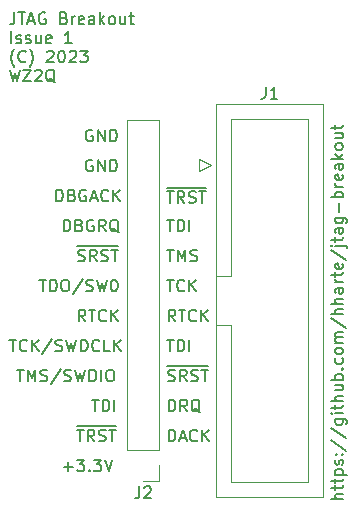
<source format=gbr>
%TF.GenerationSoftware,KiCad,Pcbnew,7.0.8*%
%TF.CreationDate,2023-10-01T20:09:57-07:00*%
%TF.ProjectId,jtag-breakout,6a746167-2d62-4726-9561-6b6f75742e6b,rev?*%
%TF.SameCoordinates,Original*%
%TF.FileFunction,Legend,Top*%
%TF.FilePolarity,Positive*%
%FSLAX46Y46*%
G04 Gerber Fmt 4.6, Leading zero omitted, Abs format (unit mm)*
G04 Created by KiCad (PCBNEW 7.0.8) date 2023-10-01 20:09:57*
%MOMM*%
%LPD*%
G01*
G04 APERTURE LIST*
%ADD10C,0.150000*%
%ADD11C,0.120000*%
G04 APERTURE END LIST*
D10*
X138299819Y-101898220D02*
X137299819Y-101898220D01*
X138299819Y-101469649D02*
X137776009Y-101469649D01*
X137776009Y-101469649D02*
X137680771Y-101517268D01*
X137680771Y-101517268D02*
X137633152Y-101612506D01*
X137633152Y-101612506D02*
X137633152Y-101755363D01*
X137633152Y-101755363D02*
X137680771Y-101850601D01*
X137680771Y-101850601D02*
X137728390Y-101898220D01*
X137633152Y-101136315D02*
X137633152Y-100755363D01*
X137299819Y-100993458D02*
X138156961Y-100993458D01*
X138156961Y-100993458D02*
X138252200Y-100945839D01*
X138252200Y-100945839D02*
X138299819Y-100850601D01*
X138299819Y-100850601D02*
X138299819Y-100755363D01*
X137633152Y-100564886D02*
X137633152Y-100183934D01*
X137299819Y-100422029D02*
X138156961Y-100422029D01*
X138156961Y-100422029D02*
X138252200Y-100374410D01*
X138252200Y-100374410D02*
X138299819Y-100279172D01*
X138299819Y-100279172D02*
X138299819Y-100183934D01*
X137633152Y-99850600D02*
X138633152Y-99850600D01*
X137680771Y-99850600D02*
X137633152Y-99755362D01*
X137633152Y-99755362D02*
X137633152Y-99564886D01*
X137633152Y-99564886D02*
X137680771Y-99469648D01*
X137680771Y-99469648D02*
X137728390Y-99422029D01*
X137728390Y-99422029D02*
X137823628Y-99374410D01*
X137823628Y-99374410D02*
X138109342Y-99374410D01*
X138109342Y-99374410D02*
X138204580Y-99422029D01*
X138204580Y-99422029D02*
X138252200Y-99469648D01*
X138252200Y-99469648D02*
X138299819Y-99564886D01*
X138299819Y-99564886D02*
X138299819Y-99755362D01*
X138299819Y-99755362D02*
X138252200Y-99850600D01*
X138252200Y-98993457D02*
X138299819Y-98898219D01*
X138299819Y-98898219D02*
X138299819Y-98707743D01*
X138299819Y-98707743D02*
X138252200Y-98612505D01*
X138252200Y-98612505D02*
X138156961Y-98564886D01*
X138156961Y-98564886D02*
X138109342Y-98564886D01*
X138109342Y-98564886D02*
X138014104Y-98612505D01*
X138014104Y-98612505D02*
X137966485Y-98707743D01*
X137966485Y-98707743D02*
X137966485Y-98850600D01*
X137966485Y-98850600D02*
X137918866Y-98945838D01*
X137918866Y-98945838D02*
X137823628Y-98993457D01*
X137823628Y-98993457D02*
X137776009Y-98993457D01*
X137776009Y-98993457D02*
X137680771Y-98945838D01*
X137680771Y-98945838D02*
X137633152Y-98850600D01*
X137633152Y-98850600D02*
X137633152Y-98707743D01*
X137633152Y-98707743D02*
X137680771Y-98612505D01*
X138204580Y-98136314D02*
X138252200Y-98088695D01*
X138252200Y-98088695D02*
X138299819Y-98136314D01*
X138299819Y-98136314D02*
X138252200Y-98183933D01*
X138252200Y-98183933D02*
X138204580Y-98136314D01*
X138204580Y-98136314D02*
X138299819Y-98136314D01*
X137680771Y-98136314D02*
X137728390Y-98088695D01*
X137728390Y-98088695D02*
X137776009Y-98136314D01*
X137776009Y-98136314D02*
X137728390Y-98183933D01*
X137728390Y-98183933D02*
X137680771Y-98136314D01*
X137680771Y-98136314D02*
X137776009Y-98136314D01*
X137252200Y-96945839D02*
X138537914Y-97802981D01*
X137252200Y-95898220D02*
X138537914Y-96755362D01*
X137633152Y-95136315D02*
X138442676Y-95136315D01*
X138442676Y-95136315D02*
X138537914Y-95183934D01*
X138537914Y-95183934D02*
X138585533Y-95231553D01*
X138585533Y-95231553D02*
X138633152Y-95326791D01*
X138633152Y-95326791D02*
X138633152Y-95469648D01*
X138633152Y-95469648D02*
X138585533Y-95564886D01*
X138252200Y-95136315D02*
X138299819Y-95231553D01*
X138299819Y-95231553D02*
X138299819Y-95422029D01*
X138299819Y-95422029D02*
X138252200Y-95517267D01*
X138252200Y-95517267D02*
X138204580Y-95564886D01*
X138204580Y-95564886D02*
X138109342Y-95612505D01*
X138109342Y-95612505D02*
X137823628Y-95612505D01*
X137823628Y-95612505D02*
X137728390Y-95564886D01*
X137728390Y-95564886D02*
X137680771Y-95517267D01*
X137680771Y-95517267D02*
X137633152Y-95422029D01*
X137633152Y-95422029D02*
X137633152Y-95231553D01*
X137633152Y-95231553D02*
X137680771Y-95136315D01*
X138299819Y-94660124D02*
X137633152Y-94660124D01*
X137299819Y-94660124D02*
X137347438Y-94707743D01*
X137347438Y-94707743D02*
X137395057Y-94660124D01*
X137395057Y-94660124D02*
X137347438Y-94612505D01*
X137347438Y-94612505D02*
X137299819Y-94660124D01*
X137299819Y-94660124D02*
X137395057Y-94660124D01*
X137633152Y-94326791D02*
X137633152Y-93945839D01*
X137299819Y-94183934D02*
X138156961Y-94183934D01*
X138156961Y-94183934D02*
X138252200Y-94136315D01*
X138252200Y-94136315D02*
X138299819Y-94041077D01*
X138299819Y-94041077D02*
X138299819Y-93945839D01*
X138299819Y-93612505D02*
X137299819Y-93612505D01*
X138299819Y-93183934D02*
X137776009Y-93183934D01*
X137776009Y-93183934D02*
X137680771Y-93231553D01*
X137680771Y-93231553D02*
X137633152Y-93326791D01*
X137633152Y-93326791D02*
X137633152Y-93469648D01*
X137633152Y-93469648D02*
X137680771Y-93564886D01*
X137680771Y-93564886D02*
X137728390Y-93612505D01*
X137633152Y-92279172D02*
X138299819Y-92279172D01*
X137633152Y-92707743D02*
X138156961Y-92707743D01*
X138156961Y-92707743D02*
X138252200Y-92660124D01*
X138252200Y-92660124D02*
X138299819Y-92564886D01*
X138299819Y-92564886D02*
X138299819Y-92422029D01*
X138299819Y-92422029D02*
X138252200Y-92326791D01*
X138252200Y-92326791D02*
X138204580Y-92279172D01*
X138299819Y-91802981D02*
X137299819Y-91802981D01*
X137680771Y-91802981D02*
X137633152Y-91707743D01*
X137633152Y-91707743D02*
X137633152Y-91517267D01*
X137633152Y-91517267D02*
X137680771Y-91422029D01*
X137680771Y-91422029D02*
X137728390Y-91374410D01*
X137728390Y-91374410D02*
X137823628Y-91326791D01*
X137823628Y-91326791D02*
X138109342Y-91326791D01*
X138109342Y-91326791D02*
X138204580Y-91374410D01*
X138204580Y-91374410D02*
X138252200Y-91422029D01*
X138252200Y-91422029D02*
X138299819Y-91517267D01*
X138299819Y-91517267D02*
X138299819Y-91707743D01*
X138299819Y-91707743D02*
X138252200Y-91802981D01*
X138204580Y-90898219D02*
X138252200Y-90850600D01*
X138252200Y-90850600D02*
X138299819Y-90898219D01*
X138299819Y-90898219D02*
X138252200Y-90945838D01*
X138252200Y-90945838D02*
X138204580Y-90898219D01*
X138204580Y-90898219D02*
X138299819Y-90898219D01*
X138252200Y-89993458D02*
X138299819Y-90088696D01*
X138299819Y-90088696D02*
X138299819Y-90279172D01*
X138299819Y-90279172D02*
X138252200Y-90374410D01*
X138252200Y-90374410D02*
X138204580Y-90422029D01*
X138204580Y-90422029D02*
X138109342Y-90469648D01*
X138109342Y-90469648D02*
X137823628Y-90469648D01*
X137823628Y-90469648D02*
X137728390Y-90422029D01*
X137728390Y-90422029D02*
X137680771Y-90374410D01*
X137680771Y-90374410D02*
X137633152Y-90279172D01*
X137633152Y-90279172D02*
X137633152Y-90088696D01*
X137633152Y-90088696D02*
X137680771Y-89993458D01*
X138299819Y-89422029D02*
X138252200Y-89517267D01*
X138252200Y-89517267D02*
X138204580Y-89564886D01*
X138204580Y-89564886D02*
X138109342Y-89612505D01*
X138109342Y-89612505D02*
X137823628Y-89612505D01*
X137823628Y-89612505D02*
X137728390Y-89564886D01*
X137728390Y-89564886D02*
X137680771Y-89517267D01*
X137680771Y-89517267D02*
X137633152Y-89422029D01*
X137633152Y-89422029D02*
X137633152Y-89279172D01*
X137633152Y-89279172D02*
X137680771Y-89183934D01*
X137680771Y-89183934D02*
X137728390Y-89136315D01*
X137728390Y-89136315D02*
X137823628Y-89088696D01*
X137823628Y-89088696D02*
X138109342Y-89088696D01*
X138109342Y-89088696D02*
X138204580Y-89136315D01*
X138204580Y-89136315D02*
X138252200Y-89183934D01*
X138252200Y-89183934D02*
X138299819Y-89279172D01*
X138299819Y-89279172D02*
X138299819Y-89422029D01*
X138299819Y-88660124D02*
X137633152Y-88660124D01*
X137728390Y-88660124D02*
X137680771Y-88612505D01*
X137680771Y-88612505D02*
X137633152Y-88517267D01*
X137633152Y-88517267D02*
X137633152Y-88374410D01*
X137633152Y-88374410D02*
X137680771Y-88279172D01*
X137680771Y-88279172D02*
X137776009Y-88231553D01*
X137776009Y-88231553D02*
X138299819Y-88231553D01*
X137776009Y-88231553D02*
X137680771Y-88183934D01*
X137680771Y-88183934D02*
X137633152Y-88088696D01*
X137633152Y-88088696D02*
X137633152Y-87945839D01*
X137633152Y-87945839D02*
X137680771Y-87850600D01*
X137680771Y-87850600D02*
X137776009Y-87802981D01*
X137776009Y-87802981D02*
X138299819Y-87802981D01*
X137252200Y-86612506D02*
X138537914Y-87469648D01*
X138299819Y-86279172D02*
X137299819Y-86279172D01*
X138299819Y-85850601D02*
X137776009Y-85850601D01*
X137776009Y-85850601D02*
X137680771Y-85898220D01*
X137680771Y-85898220D02*
X137633152Y-85993458D01*
X137633152Y-85993458D02*
X137633152Y-86136315D01*
X137633152Y-86136315D02*
X137680771Y-86231553D01*
X137680771Y-86231553D02*
X137728390Y-86279172D01*
X138299819Y-85374410D02*
X137299819Y-85374410D01*
X138299819Y-84945839D02*
X137776009Y-84945839D01*
X137776009Y-84945839D02*
X137680771Y-84993458D01*
X137680771Y-84993458D02*
X137633152Y-85088696D01*
X137633152Y-85088696D02*
X137633152Y-85231553D01*
X137633152Y-85231553D02*
X137680771Y-85326791D01*
X137680771Y-85326791D02*
X137728390Y-85374410D01*
X138299819Y-84041077D02*
X137776009Y-84041077D01*
X137776009Y-84041077D02*
X137680771Y-84088696D01*
X137680771Y-84088696D02*
X137633152Y-84183934D01*
X137633152Y-84183934D02*
X137633152Y-84374410D01*
X137633152Y-84374410D02*
X137680771Y-84469648D01*
X138252200Y-84041077D02*
X138299819Y-84136315D01*
X138299819Y-84136315D02*
X138299819Y-84374410D01*
X138299819Y-84374410D02*
X138252200Y-84469648D01*
X138252200Y-84469648D02*
X138156961Y-84517267D01*
X138156961Y-84517267D02*
X138061723Y-84517267D01*
X138061723Y-84517267D02*
X137966485Y-84469648D01*
X137966485Y-84469648D02*
X137918866Y-84374410D01*
X137918866Y-84374410D02*
X137918866Y-84136315D01*
X137918866Y-84136315D02*
X137871247Y-84041077D01*
X138299819Y-83564886D02*
X137633152Y-83564886D01*
X137823628Y-83564886D02*
X137728390Y-83517267D01*
X137728390Y-83517267D02*
X137680771Y-83469648D01*
X137680771Y-83469648D02*
X137633152Y-83374410D01*
X137633152Y-83374410D02*
X137633152Y-83279172D01*
X137633152Y-83088695D02*
X137633152Y-82707743D01*
X137299819Y-82945838D02*
X138156961Y-82945838D01*
X138156961Y-82945838D02*
X138252200Y-82898219D01*
X138252200Y-82898219D02*
X138299819Y-82802981D01*
X138299819Y-82802981D02*
X138299819Y-82707743D01*
X138252200Y-81993457D02*
X138299819Y-82088695D01*
X138299819Y-82088695D02*
X138299819Y-82279171D01*
X138299819Y-82279171D02*
X138252200Y-82374409D01*
X138252200Y-82374409D02*
X138156961Y-82422028D01*
X138156961Y-82422028D02*
X137776009Y-82422028D01*
X137776009Y-82422028D02*
X137680771Y-82374409D01*
X137680771Y-82374409D02*
X137633152Y-82279171D01*
X137633152Y-82279171D02*
X137633152Y-82088695D01*
X137633152Y-82088695D02*
X137680771Y-81993457D01*
X137680771Y-81993457D02*
X137776009Y-81945838D01*
X137776009Y-81945838D02*
X137871247Y-81945838D01*
X137871247Y-81945838D02*
X137966485Y-82422028D01*
X137252200Y-80802981D02*
X138537914Y-81660123D01*
X137633152Y-80469647D02*
X138490295Y-80469647D01*
X138490295Y-80469647D02*
X138585533Y-80517266D01*
X138585533Y-80517266D02*
X138633152Y-80612504D01*
X138633152Y-80612504D02*
X138633152Y-80660123D01*
X137299819Y-80469647D02*
X137347438Y-80517266D01*
X137347438Y-80517266D02*
X137395057Y-80469647D01*
X137395057Y-80469647D02*
X137347438Y-80422028D01*
X137347438Y-80422028D02*
X137299819Y-80469647D01*
X137299819Y-80469647D02*
X137395057Y-80469647D01*
X137633152Y-80136314D02*
X137633152Y-79755362D01*
X137299819Y-79993457D02*
X138156961Y-79993457D01*
X138156961Y-79993457D02*
X138252200Y-79945838D01*
X138252200Y-79945838D02*
X138299819Y-79850600D01*
X138299819Y-79850600D02*
X138299819Y-79755362D01*
X138299819Y-78993457D02*
X137776009Y-78993457D01*
X137776009Y-78993457D02*
X137680771Y-79041076D01*
X137680771Y-79041076D02*
X137633152Y-79136314D01*
X137633152Y-79136314D02*
X137633152Y-79326790D01*
X137633152Y-79326790D02*
X137680771Y-79422028D01*
X138252200Y-78993457D02*
X138299819Y-79088695D01*
X138299819Y-79088695D02*
X138299819Y-79326790D01*
X138299819Y-79326790D02*
X138252200Y-79422028D01*
X138252200Y-79422028D02*
X138156961Y-79469647D01*
X138156961Y-79469647D02*
X138061723Y-79469647D01*
X138061723Y-79469647D02*
X137966485Y-79422028D01*
X137966485Y-79422028D02*
X137918866Y-79326790D01*
X137918866Y-79326790D02*
X137918866Y-79088695D01*
X137918866Y-79088695D02*
X137871247Y-78993457D01*
X137633152Y-78088695D02*
X138442676Y-78088695D01*
X138442676Y-78088695D02*
X138537914Y-78136314D01*
X138537914Y-78136314D02*
X138585533Y-78183933D01*
X138585533Y-78183933D02*
X138633152Y-78279171D01*
X138633152Y-78279171D02*
X138633152Y-78422028D01*
X138633152Y-78422028D02*
X138585533Y-78517266D01*
X138252200Y-78088695D02*
X138299819Y-78183933D01*
X138299819Y-78183933D02*
X138299819Y-78374409D01*
X138299819Y-78374409D02*
X138252200Y-78469647D01*
X138252200Y-78469647D02*
X138204580Y-78517266D01*
X138204580Y-78517266D02*
X138109342Y-78564885D01*
X138109342Y-78564885D02*
X137823628Y-78564885D01*
X137823628Y-78564885D02*
X137728390Y-78517266D01*
X137728390Y-78517266D02*
X137680771Y-78469647D01*
X137680771Y-78469647D02*
X137633152Y-78374409D01*
X137633152Y-78374409D02*
X137633152Y-78183933D01*
X137633152Y-78183933D02*
X137680771Y-78088695D01*
X137918866Y-77612504D02*
X137918866Y-76850600D01*
X138299819Y-76374409D02*
X137299819Y-76374409D01*
X137680771Y-76374409D02*
X137633152Y-76279171D01*
X137633152Y-76279171D02*
X137633152Y-76088695D01*
X137633152Y-76088695D02*
X137680771Y-75993457D01*
X137680771Y-75993457D02*
X137728390Y-75945838D01*
X137728390Y-75945838D02*
X137823628Y-75898219D01*
X137823628Y-75898219D02*
X138109342Y-75898219D01*
X138109342Y-75898219D02*
X138204580Y-75945838D01*
X138204580Y-75945838D02*
X138252200Y-75993457D01*
X138252200Y-75993457D02*
X138299819Y-76088695D01*
X138299819Y-76088695D02*
X138299819Y-76279171D01*
X138299819Y-76279171D02*
X138252200Y-76374409D01*
X138299819Y-75469647D02*
X137633152Y-75469647D01*
X137823628Y-75469647D02*
X137728390Y-75422028D01*
X137728390Y-75422028D02*
X137680771Y-75374409D01*
X137680771Y-75374409D02*
X137633152Y-75279171D01*
X137633152Y-75279171D02*
X137633152Y-75183933D01*
X138252200Y-74469647D02*
X138299819Y-74564885D01*
X138299819Y-74564885D02*
X138299819Y-74755361D01*
X138299819Y-74755361D02*
X138252200Y-74850599D01*
X138252200Y-74850599D02*
X138156961Y-74898218D01*
X138156961Y-74898218D02*
X137776009Y-74898218D01*
X137776009Y-74898218D02*
X137680771Y-74850599D01*
X137680771Y-74850599D02*
X137633152Y-74755361D01*
X137633152Y-74755361D02*
X137633152Y-74564885D01*
X137633152Y-74564885D02*
X137680771Y-74469647D01*
X137680771Y-74469647D02*
X137776009Y-74422028D01*
X137776009Y-74422028D02*
X137871247Y-74422028D01*
X137871247Y-74422028D02*
X137966485Y-74898218D01*
X138299819Y-73564885D02*
X137776009Y-73564885D01*
X137776009Y-73564885D02*
X137680771Y-73612504D01*
X137680771Y-73612504D02*
X137633152Y-73707742D01*
X137633152Y-73707742D02*
X137633152Y-73898218D01*
X137633152Y-73898218D02*
X137680771Y-73993456D01*
X138252200Y-73564885D02*
X138299819Y-73660123D01*
X138299819Y-73660123D02*
X138299819Y-73898218D01*
X138299819Y-73898218D02*
X138252200Y-73993456D01*
X138252200Y-73993456D02*
X138156961Y-74041075D01*
X138156961Y-74041075D02*
X138061723Y-74041075D01*
X138061723Y-74041075D02*
X137966485Y-73993456D01*
X137966485Y-73993456D02*
X137918866Y-73898218D01*
X137918866Y-73898218D02*
X137918866Y-73660123D01*
X137918866Y-73660123D02*
X137871247Y-73564885D01*
X138299819Y-73088694D02*
X137299819Y-73088694D01*
X137918866Y-72993456D02*
X138299819Y-72707742D01*
X137633152Y-72707742D02*
X138014104Y-73088694D01*
X138299819Y-72136313D02*
X138252200Y-72231551D01*
X138252200Y-72231551D02*
X138204580Y-72279170D01*
X138204580Y-72279170D02*
X138109342Y-72326789D01*
X138109342Y-72326789D02*
X137823628Y-72326789D01*
X137823628Y-72326789D02*
X137728390Y-72279170D01*
X137728390Y-72279170D02*
X137680771Y-72231551D01*
X137680771Y-72231551D02*
X137633152Y-72136313D01*
X137633152Y-72136313D02*
X137633152Y-71993456D01*
X137633152Y-71993456D02*
X137680771Y-71898218D01*
X137680771Y-71898218D02*
X137728390Y-71850599D01*
X137728390Y-71850599D02*
X137823628Y-71802980D01*
X137823628Y-71802980D02*
X138109342Y-71802980D01*
X138109342Y-71802980D02*
X138204580Y-71850599D01*
X138204580Y-71850599D02*
X138252200Y-71898218D01*
X138252200Y-71898218D02*
X138299819Y-71993456D01*
X138299819Y-71993456D02*
X138299819Y-72136313D01*
X137633152Y-70945837D02*
X138299819Y-70945837D01*
X137633152Y-71374408D02*
X138156961Y-71374408D01*
X138156961Y-71374408D02*
X138252200Y-71326789D01*
X138252200Y-71326789D02*
X138299819Y-71231551D01*
X138299819Y-71231551D02*
X138299819Y-71088694D01*
X138299819Y-71088694D02*
X138252200Y-70993456D01*
X138252200Y-70993456D02*
X138204580Y-70945837D01*
X137633152Y-70612503D02*
X137633152Y-70231551D01*
X137299819Y-70469646D02*
X138156961Y-70469646D01*
X138156961Y-70469646D02*
X138252200Y-70422027D01*
X138252200Y-70422027D02*
X138299819Y-70326789D01*
X138299819Y-70326789D02*
X138299819Y-70231551D01*
X117065588Y-70672438D02*
X116970350Y-70624819D01*
X116970350Y-70624819D02*
X116827493Y-70624819D01*
X116827493Y-70624819D02*
X116684636Y-70672438D01*
X116684636Y-70672438D02*
X116589398Y-70767676D01*
X116589398Y-70767676D02*
X116541779Y-70862914D01*
X116541779Y-70862914D02*
X116494160Y-71053390D01*
X116494160Y-71053390D02*
X116494160Y-71196247D01*
X116494160Y-71196247D02*
X116541779Y-71386723D01*
X116541779Y-71386723D02*
X116589398Y-71481961D01*
X116589398Y-71481961D02*
X116684636Y-71577200D01*
X116684636Y-71577200D02*
X116827493Y-71624819D01*
X116827493Y-71624819D02*
X116922731Y-71624819D01*
X116922731Y-71624819D02*
X117065588Y-71577200D01*
X117065588Y-71577200D02*
X117113207Y-71529580D01*
X117113207Y-71529580D02*
X117113207Y-71196247D01*
X117113207Y-71196247D02*
X116922731Y-71196247D01*
X117541779Y-71624819D02*
X117541779Y-70624819D01*
X117541779Y-70624819D02*
X118113207Y-71624819D01*
X118113207Y-71624819D02*
X118113207Y-70624819D01*
X118589398Y-71624819D02*
X118589398Y-70624819D01*
X118589398Y-70624819D02*
X118827493Y-70624819D01*
X118827493Y-70624819D02*
X118970350Y-70672438D01*
X118970350Y-70672438D02*
X119065588Y-70767676D01*
X119065588Y-70767676D02*
X119113207Y-70862914D01*
X119113207Y-70862914D02*
X119160826Y-71053390D01*
X119160826Y-71053390D02*
X119160826Y-71196247D01*
X119160826Y-71196247D02*
X119113207Y-71386723D01*
X119113207Y-71386723D02*
X119065588Y-71481961D01*
X119065588Y-71481961D02*
X118970350Y-71577200D01*
X118970350Y-71577200D02*
X118827493Y-71624819D01*
X118827493Y-71624819D02*
X118589398Y-71624819D01*
X117065588Y-73212438D02*
X116970350Y-73164819D01*
X116970350Y-73164819D02*
X116827493Y-73164819D01*
X116827493Y-73164819D02*
X116684636Y-73212438D01*
X116684636Y-73212438D02*
X116589398Y-73307676D01*
X116589398Y-73307676D02*
X116541779Y-73402914D01*
X116541779Y-73402914D02*
X116494160Y-73593390D01*
X116494160Y-73593390D02*
X116494160Y-73736247D01*
X116494160Y-73736247D02*
X116541779Y-73926723D01*
X116541779Y-73926723D02*
X116589398Y-74021961D01*
X116589398Y-74021961D02*
X116684636Y-74117200D01*
X116684636Y-74117200D02*
X116827493Y-74164819D01*
X116827493Y-74164819D02*
X116922731Y-74164819D01*
X116922731Y-74164819D02*
X117065588Y-74117200D01*
X117065588Y-74117200D02*
X117113207Y-74069580D01*
X117113207Y-74069580D02*
X117113207Y-73736247D01*
X117113207Y-73736247D02*
X116922731Y-73736247D01*
X117541779Y-74164819D02*
X117541779Y-73164819D01*
X117541779Y-73164819D02*
X118113207Y-74164819D01*
X118113207Y-74164819D02*
X118113207Y-73164819D01*
X118589398Y-74164819D02*
X118589398Y-73164819D01*
X118589398Y-73164819D02*
X118827493Y-73164819D01*
X118827493Y-73164819D02*
X118970350Y-73212438D01*
X118970350Y-73212438D02*
X119065588Y-73307676D01*
X119065588Y-73307676D02*
X119113207Y-73402914D01*
X119113207Y-73402914D02*
X119160826Y-73593390D01*
X119160826Y-73593390D02*
X119160826Y-73736247D01*
X119160826Y-73736247D02*
X119113207Y-73926723D01*
X119113207Y-73926723D02*
X119065588Y-74021961D01*
X119065588Y-74021961D02*
X118970350Y-74117200D01*
X118970350Y-74117200D02*
X118827493Y-74164819D01*
X118827493Y-74164819D02*
X118589398Y-74164819D01*
X114001779Y-76704819D02*
X114001779Y-75704819D01*
X114001779Y-75704819D02*
X114239874Y-75704819D01*
X114239874Y-75704819D02*
X114382731Y-75752438D01*
X114382731Y-75752438D02*
X114477969Y-75847676D01*
X114477969Y-75847676D02*
X114525588Y-75942914D01*
X114525588Y-75942914D02*
X114573207Y-76133390D01*
X114573207Y-76133390D02*
X114573207Y-76276247D01*
X114573207Y-76276247D02*
X114525588Y-76466723D01*
X114525588Y-76466723D02*
X114477969Y-76561961D01*
X114477969Y-76561961D02*
X114382731Y-76657200D01*
X114382731Y-76657200D02*
X114239874Y-76704819D01*
X114239874Y-76704819D02*
X114001779Y-76704819D01*
X115335112Y-76181009D02*
X115477969Y-76228628D01*
X115477969Y-76228628D02*
X115525588Y-76276247D01*
X115525588Y-76276247D02*
X115573207Y-76371485D01*
X115573207Y-76371485D02*
X115573207Y-76514342D01*
X115573207Y-76514342D02*
X115525588Y-76609580D01*
X115525588Y-76609580D02*
X115477969Y-76657200D01*
X115477969Y-76657200D02*
X115382731Y-76704819D01*
X115382731Y-76704819D02*
X115001779Y-76704819D01*
X115001779Y-76704819D02*
X115001779Y-75704819D01*
X115001779Y-75704819D02*
X115335112Y-75704819D01*
X115335112Y-75704819D02*
X115430350Y-75752438D01*
X115430350Y-75752438D02*
X115477969Y-75800057D01*
X115477969Y-75800057D02*
X115525588Y-75895295D01*
X115525588Y-75895295D02*
X115525588Y-75990533D01*
X115525588Y-75990533D02*
X115477969Y-76085771D01*
X115477969Y-76085771D02*
X115430350Y-76133390D01*
X115430350Y-76133390D02*
X115335112Y-76181009D01*
X115335112Y-76181009D02*
X115001779Y-76181009D01*
X116525588Y-75752438D02*
X116430350Y-75704819D01*
X116430350Y-75704819D02*
X116287493Y-75704819D01*
X116287493Y-75704819D02*
X116144636Y-75752438D01*
X116144636Y-75752438D02*
X116049398Y-75847676D01*
X116049398Y-75847676D02*
X116001779Y-75942914D01*
X116001779Y-75942914D02*
X115954160Y-76133390D01*
X115954160Y-76133390D02*
X115954160Y-76276247D01*
X115954160Y-76276247D02*
X116001779Y-76466723D01*
X116001779Y-76466723D02*
X116049398Y-76561961D01*
X116049398Y-76561961D02*
X116144636Y-76657200D01*
X116144636Y-76657200D02*
X116287493Y-76704819D01*
X116287493Y-76704819D02*
X116382731Y-76704819D01*
X116382731Y-76704819D02*
X116525588Y-76657200D01*
X116525588Y-76657200D02*
X116573207Y-76609580D01*
X116573207Y-76609580D02*
X116573207Y-76276247D01*
X116573207Y-76276247D02*
X116382731Y-76276247D01*
X116954160Y-76419104D02*
X117430350Y-76419104D01*
X116858922Y-76704819D02*
X117192255Y-75704819D01*
X117192255Y-75704819D02*
X117525588Y-76704819D01*
X118430350Y-76609580D02*
X118382731Y-76657200D01*
X118382731Y-76657200D02*
X118239874Y-76704819D01*
X118239874Y-76704819D02*
X118144636Y-76704819D01*
X118144636Y-76704819D02*
X118001779Y-76657200D01*
X118001779Y-76657200D02*
X117906541Y-76561961D01*
X117906541Y-76561961D02*
X117858922Y-76466723D01*
X117858922Y-76466723D02*
X117811303Y-76276247D01*
X117811303Y-76276247D02*
X117811303Y-76133390D01*
X117811303Y-76133390D02*
X117858922Y-75942914D01*
X117858922Y-75942914D02*
X117906541Y-75847676D01*
X117906541Y-75847676D02*
X118001779Y-75752438D01*
X118001779Y-75752438D02*
X118144636Y-75704819D01*
X118144636Y-75704819D02*
X118239874Y-75704819D01*
X118239874Y-75704819D02*
X118382731Y-75752438D01*
X118382731Y-75752438D02*
X118430350Y-75800057D01*
X118858922Y-76704819D02*
X118858922Y-75704819D01*
X119430350Y-76704819D02*
X119001779Y-76133390D01*
X119430350Y-75704819D02*
X118858922Y-76276247D01*
X114636779Y-79244819D02*
X114636779Y-78244819D01*
X114636779Y-78244819D02*
X114874874Y-78244819D01*
X114874874Y-78244819D02*
X115017731Y-78292438D01*
X115017731Y-78292438D02*
X115112969Y-78387676D01*
X115112969Y-78387676D02*
X115160588Y-78482914D01*
X115160588Y-78482914D02*
X115208207Y-78673390D01*
X115208207Y-78673390D02*
X115208207Y-78816247D01*
X115208207Y-78816247D02*
X115160588Y-79006723D01*
X115160588Y-79006723D02*
X115112969Y-79101961D01*
X115112969Y-79101961D02*
X115017731Y-79197200D01*
X115017731Y-79197200D02*
X114874874Y-79244819D01*
X114874874Y-79244819D02*
X114636779Y-79244819D01*
X115970112Y-78721009D02*
X116112969Y-78768628D01*
X116112969Y-78768628D02*
X116160588Y-78816247D01*
X116160588Y-78816247D02*
X116208207Y-78911485D01*
X116208207Y-78911485D02*
X116208207Y-79054342D01*
X116208207Y-79054342D02*
X116160588Y-79149580D01*
X116160588Y-79149580D02*
X116112969Y-79197200D01*
X116112969Y-79197200D02*
X116017731Y-79244819D01*
X116017731Y-79244819D02*
X115636779Y-79244819D01*
X115636779Y-79244819D02*
X115636779Y-78244819D01*
X115636779Y-78244819D02*
X115970112Y-78244819D01*
X115970112Y-78244819D02*
X116065350Y-78292438D01*
X116065350Y-78292438D02*
X116112969Y-78340057D01*
X116112969Y-78340057D02*
X116160588Y-78435295D01*
X116160588Y-78435295D02*
X116160588Y-78530533D01*
X116160588Y-78530533D02*
X116112969Y-78625771D01*
X116112969Y-78625771D02*
X116065350Y-78673390D01*
X116065350Y-78673390D02*
X115970112Y-78721009D01*
X115970112Y-78721009D02*
X115636779Y-78721009D01*
X117160588Y-78292438D02*
X117065350Y-78244819D01*
X117065350Y-78244819D02*
X116922493Y-78244819D01*
X116922493Y-78244819D02*
X116779636Y-78292438D01*
X116779636Y-78292438D02*
X116684398Y-78387676D01*
X116684398Y-78387676D02*
X116636779Y-78482914D01*
X116636779Y-78482914D02*
X116589160Y-78673390D01*
X116589160Y-78673390D02*
X116589160Y-78816247D01*
X116589160Y-78816247D02*
X116636779Y-79006723D01*
X116636779Y-79006723D02*
X116684398Y-79101961D01*
X116684398Y-79101961D02*
X116779636Y-79197200D01*
X116779636Y-79197200D02*
X116922493Y-79244819D01*
X116922493Y-79244819D02*
X117017731Y-79244819D01*
X117017731Y-79244819D02*
X117160588Y-79197200D01*
X117160588Y-79197200D02*
X117208207Y-79149580D01*
X117208207Y-79149580D02*
X117208207Y-78816247D01*
X117208207Y-78816247D02*
X117017731Y-78816247D01*
X118208207Y-79244819D02*
X117874874Y-78768628D01*
X117636779Y-79244819D02*
X117636779Y-78244819D01*
X117636779Y-78244819D02*
X118017731Y-78244819D01*
X118017731Y-78244819D02*
X118112969Y-78292438D01*
X118112969Y-78292438D02*
X118160588Y-78340057D01*
X118160588Y-78340057D02*
X118208207Y-78435295D01*
X118208207Y-78435295D02*
X118208207Y-78578152D01*
X118208207Y-78578152D02*
X118160588Y-78673390D01*
X118160588Y-78673390D02*
X118112969Y-78721009D01*
X118112969Y-78721009D02*
X118017731Y-78768628D01*
X118017731Y-78768628D02*
X117636779Y-78768628D01*
X119303445Y-79340057D02*
X119208207Y-79292438D01*
X119208207Y-79292438D02*
X119112969Y-79197200D01*
X119112969Y-79197200D02*
X118970112Y-79054342D01*
X118970112Y-79054342D02*
X118874874Y-79006723D01*
X118874874Y-79006723D02*
X118779636Y-79006723D01*
X118827255Y-79244819D02*
X118732017Y-79197200D01*
X118732017Y-79197200D02*
X118636779Y-79101961D01*
X118636779Y-79101961D02*
X118589160Y-78911485D01*
X118589160Y-78911485D02*
X118589160Y-78578152D01*
X118589160Y-78578152D02*
X118636779Y-78387676D01*
X118636779Y-78387676D02*
X118732017Y-78292438D01*
X118732017Y-78292438D02*
X118827255Y-78244819D01*
X118827255Y-78244819D02*
X119017731Y-78244819D01*
X119017731Y-78244819D02*
X119112969Y-78292438D01*
X119112969Y-78292438D02*
X119208207Y-78387676D01*
X119208207Y-78387676D02*
X119255826Y-78578152D01*
X119255826Y-78578152D02*
X119255826Y-78911485D01*
X119255826Y-78911485D02*
X119208207Y-79101961D01*
X119208207Y-79101961D02*
X119112969Y-79197200D01*
X119112969Y-79197200D02*
X119017731Y-79244819D01*
X119017731Y-79244819D02*
X118827255Y-79244819D01*
X115859160Y-81737200D02*
X116002017Y-81784819D01*
X116002017Y-81784819D02*
X116240112Y-81784819D01*
X116240112Y-81784819D02*
X116335350Y-81737200D01*
X116335350Y-81737200D02*
X116382969Y-81689580D01*
X116382969Y-81689580D02*
X116430588Y-81594342D01*
X116430588Y-81594342D02*
X116430588Y-81499104D01*
X116430588Y-81499104D02*
X116382969Y-81403866D01*
X116382969Y-81403866D02*
X116335350Y-81356247D01*
X116335350Y-81356247D02*
X116240112Y-81308628D01*
X116240112Y-81308628D02*
X116049636Y-81261009D01*
X116049636Y-81261009D02*
X115954398Y-81213390D01*
X115954398Y-81213390D02*
X115906779Y-81165771D01*
X115906779Y-81165771D02*
X115859160Y-81070533D01*
X115859160Y-81070533D02*
X115859160Y-80975295D01*
X115859160Y-80975295D02*
X115906779Y-80880057D01*
X115906779Y-80880057D02*
X115954398Y-80832438D01*
X115954398Y-80832438D02*
X116049636Y-80784819D01*
X116049636Y-80784819D02*
X116287731Y-80784819D01*
X116287731Y-80784819D02*
X116430588Y-80832438D01*
X117430588Y-81784819D02*
X117097255Y-81308628D01*
X116859160Y-81784819D02*
X116859160Y-80784819D01*
X116859160Y-80784819D02*
X117240112Y-80784819D01*
X117240112Y-80784819D02*
X117335350Y-80832438D01*
X117335350Y-80832438D02*
X117382969Y-80880057D01*
X117382969Y-80880057D02*
X117430588Y-80975295D01*
X117430588Y-80975295D02*
X117430588Y-81118152D01*
X117430588Y-81118152D02*
X117382969Y-81213390D01*
X117382969Y-81213390D02*
X117335350Y-81261009D01*
X117335350Y-81261009D02*
X117240112Y-81308628D01*
X117240112Y-81308628D02*
X116859160Y-81308628D01*
X117811541Y-81737200D02*
X117954398Y-81784819D01*
X117954398Y-81784819D02*
X118192493Y-81784819D01*
X118192493Y-81784819D02*
X118287731Y-81737200D01*
X118287731Y-81737200D02*
X118335350Y-81689580D01*
X118335350Y-81689580D02*
X118382969Y-81594342D01*
X118382969Y-81594342D02*
X118382969Y-81499104D01*
X118382969Y-81499104D02*
X118335350Y-81403866D01*
X118335350Y-81403866D02*
X118287731Y-81356247D01*
X118287731Y-81356247D02*
X118192493Y-81308628D01*
X118192493Y-81308628D02*
X118002017Y-81261009D01*
X118002017Y-81261009D02*
X117906779Y-81213390D01*
X117906779Y-81213390D02*
X117859160Y-81165771D01*
X117859160Y-81165771D02*
X117811541Y-81070533D01*
X117811541Y-81070533D02*
X117811541Y-80975295D01*
X117811541Y-80975295D02*
X117859160Y-80880057D01*
X117859160Y-80880057D02*
X117906779Y-80832438D01*
X117906779Y-80832438D02*
X118002017Y-80784819D01*
X118002017Y-80784819D02*
X118240112Y-80784819D01*
X118240112Y-80784819D02*
X118382969Y-80832438D01*
X118668684Y-80784819D02*
X119240112Y-80784819D01*
X118954398Y-81784819D02*
X118954398Y-80784819D01*
X115768684Y-80507200D02*
X119235351Y-80507200D01*
X112588922Y-83324819D02*
X113160350Y-83324819D01*
X112874636Y-84324819D02*
X112874636Y-83324819D01*
X113493684Y-84324819D02*
X113493684Y-83324819D01*
X113493684Y-83324819D02*
X113731779Y-83324819D01*
X113731779Y-83324819D02*
X113874636Y-83372438D01*
X113874636Y-83372438D02*
X113969874Y-83467676D01*
X113969874Y-83467676D02*
X114017493Y-83562914D01*
X114017493Y-83562914D02*
X114065112Y-83753390D01*
X114065112Y-83753390D02*
X114065112Y-83896247D01*
X114065112Y-83896247D02*
X114017493Y-84086723D01*
X114017493Y-84086723D02*
X113969874Y-84181961D01*
X113969874Y-84181961D02*
X113874636Y-84277200D01*
X113874636Y-84277200D02*
X113731779Y-84324819D01*
X113731779Y-84324819D02*
X113493684Y-84324819D01*
X114684160Y-83324819D02*
X114874636Y-83324819D01*
X114874636Y-83324819D02*
X114969874Y-83372438D01*
X114969874Y-83372438D02*
X115065112Y-83467676D01*
X115065112Y-83467676D02*
X115112731Y-83658152D01*
X115112731Y-83658152D02*
X115112731Y-83991485D01*
X115112731Y-83991485D02*
X115065112Y-84181961D01*
X115065112Y-84181961D02*
X114969874Y-84277200D01*
X114969874Y-84277200D02*
X114874636Y-84324819D01*
X114874636Y-84324819D02*
X114684160Y-84324819D01*
X114684160Y-84324819D02*
X114588922Y-84277200D01*
X114588922Y-84277200D02*
X114493684Y-84181961D01*
X114493684Y-84181961D02*
X114446065Y-83991485D01*
X114446065Y-83991485D02*
X114446065Y-83658152D01*
X114446065Y-83658152D02*
X114493684Y-83467676D01*
X114493684Y-83467676D02*
X114588922Y-83372438D01*
X114588922Y-83372438D02*
X114684160Y-83324819D01*
X116255588Y-83277200D02*
X115398446Y-84562914D01*
X116541303Y-84277200D02*
X116684160Y-84324819D01*
X116684160Y-84324819D02*
X116922255Y-84324819D01*
X116922255Y-84324819D02*
X117017493Y-84277200D01*
X117017493Y-84277200D02*
X117065112Y-84229580D01*
X117065112Y-84229580D02*
X117112731Y-84134342D01*
X117112731Y-84134342D02*
X117112731Y-84039104D01*
X117112731Y-84039104D02*
X117065112Y-83943866D01*
X117065112Y-83943866D02*
X117017493Y-83896247D01*
X117017493Y-83896247D02*
X116922255Y-83848628D01*
X116922255Y-83848628D02*
X116731779Y-83801009D01*
X116731779Y-83801009D02*
X116636541Y-83753390D01*
X116636541Y-83753390D02*
X116588922Y-83705771D01*
X116588922Y-83705771D02*
X116541303Y-83610533D01*
X116541303Y-83610533D02*
X116541303Y-83515295D01*
X116541303Y-83515295D02*
X116588922Y-83420057D01*
X116588922Y-83420057D02*
X116636541Y-83372438D01*
X116636541Y-83372438D02*
X116731779Y-83324819D01*
X116731779Y-83324819D02*
X116969874Y-83324819D01*
X116969874Y-83324819D02*
X117112731Y-83372438D01*
X117446065Y-83324819D02*
X117684160Y-84324819D01*
X117684160Y-84324819D02*
X117874636Y-83610533D01*
X117874636Y-83610533D02*
X118065112Y-84324819D01*
X118065112Y-84324819D02*
X118303208Y-83324819D01*
X118874636Y-83324819D02*
X118969874Y-83324819D01*
X118969874Y-83324819D02*
X119065112Y-83372438D01*
X119065112Y-83372438D02*
X119112731Y-83420057D01*
X119112731Y-83420057D02*
X119160350Y-83515295D01*
X119160350Y-83515295D02*
X119207969Y-83705771D01*
X119207969Y-83705771D02*
X119207969Y-83943866D01*
X119207969Y-83943866D02*
X119160350Y-84134342D01*
X119160350Y-84134342D02*
X119112731Y-84229580D01*
X119112731Y-84229580D02*
X119065112Y-84277200D01*
X119065112Y-84277200D02*
X118969874Y-84324819D01*
X118969874Y-84324819D02*
X118874636Y-84324819D01*
X118874636Y-84324819D02*
X118779398Y-84277200D01*
X118779398Y-84277200D02*
X118731779Y-84229580D01*
X118731779Y-84229580D02*
X118684160Y-84134342D01*
X118684160Y-84134342D02*
X118636541Y-83943866D01*
X118636541Y-83943866D02*
X118636541Y-83705771D01*
X118636541Y-83705771D02*
X118684160Y-83515295D01*
X118684160Y-83515295D02*
X118731779Y-83420057D01*
X118731779Y-83420057D02*
X118779398Y-83372438D01*
X118779398Y-83372438D02*
X118874636Y-83324819D01*
X116478207Y-86864819D02*
X116144874Y-86388628D01*
X115906779Y-86864819D02*
X115906779Y-85864819D01*
X115906779Y-85864819D02*
X116287731Y-85864819D01*
X116287731Y-85864819D02*
X116382969Y-85912438D01*
X116382969Y-85912438D02*
X116430588Y-85960057D01*
X116430588Y-85960057D02*
X116478207Y-86055295D01*
X116478207Y-86055295D02*
X116478207Y-86198152D01*
X116478207Y-86198152D02*
X116430588Y-86293390D01*
X116430588Y-86293390D02*
X116382969Y-86341009D01*
X116382969Y-86341009D02*
X116287731Y-86388628D01*
X116287731Y-86388628D02*
X115906779Y-86388628D01*
X116763922Y-85864819D02*
X117335350Y-85864819D01*
X117049636Y-86864819D02*
X117049636Y-85864819D01*
X118240112Y-86769580D02*
X118192493Y-86817200D01*
X118192493Y-86817200D02*
X118049636Y-86864819D01*
X118049636Y-86864819D02*
X117954398Y-86864819D01*
X117954398Y-86864819D02*
X117811541Y-86817200D01*
X117811541Y-86817200D02*
X117716303Y-86721961D01*
X117716303Y-86721961D02*
X117668684Y-86626723D01*
X117668684Y-86626723D02*
X117621065Y-86436247D01*
X117621065Y-86436247D02*
X117621065Y-86293390D01*
X117621065Y-86293390D02*
X117668684Y-86102914D01*
X117668684Y-86102914D02*
X117716303Y-86007676D01*
X117716303Y-86007676D02*
X117811541Y-85912438D01*
X117811541Y-85912438D02*
X117954398Y-85864819D01*
X117954398Y-85864819D02*
X118049636Y-85864819D01*
X118049636Y-85864819D02*
X118192493Y-85912438D01*
X118192493Y-85912438D02*
X118240112Y-85960057D01*
X118668684Y-86864819D02*
X118668684Y-85864819D01*
X119240112Y-86864819D02*
X118811541Y-86293390D01*
X119240112Y-85864819D02*
X118668684Y-86436247D01*
X110048922Y-88404819D02*
X110620350Y-88404819D01*
X110334636Y-89404819D02*
X110334636Y-88404819D01*
X111525112Y-89309580D02*
X111477493Y-89357200D01*
X111477493Y-89357200D02*
X111334636Y-89404819D01*
X111334636Y-89404819D02*
X111239398Y-89404819D01*
X111239398Y-89404819D02*
X111096541Y-89357200D01*
X111096541Y-89357200D02*
X111001303Y-89261961D01*
X111001303Y-89261961D02*
X110953684Y-89166723D01*
X110953684Y-89166723D02*
X110906065Y-88976247D01*
X110906065Y-88976247D02*
X110906065Y-88833390D01*
X110906065Y-88833390D02*
X110953684Y-88642914D01*
X110953684Y-88642914D02*
X111001303Y-88547676D01*
X111001303Y-88547676D02*
X111096541Y-88452438D01*
X111096541Y-88452438D02*
X111239398Y-88404819D01*
X111239398Y-88404819D02*
X111334636Y-88404819D01*
X111334636Y-88404819D02*
X111477493Y-88452438D01*
X111477493Y-88452438D02*
X111525112Y-88500057D01*
X111953684Y-89404819D02*
X111953684Y-88404819D01*
X112525112Y-89404819D02*
X112096541Y-88833390D01*
X112525112Y-88404819D02*
X111953684Y-88976247D01*
X113667969Y-88357200D02*
X112810827Y-89642914D01*
X113953684Y-89357200D02*
X114096541Y-89404819D01*
X114096541Y-89404819D02*
X114334636Y-89404819D01*
X114334636Y-89404819D02*
X114429874Y-89357200D01*
X114429874Y-89357200D02*
X114477493Y-89309580D01*
X114477493Y-89309580D02*
X114525112Y-89214342D01*
X114525112Y-89214342D02*
X114525112Y-89119104D01*
X114525112Y-89119104D02*
X114477493Y-89023866D01*
X114477493Y-89023866D02*
X114429874Y-88976247D01*
X114429874Y-88976247D02*
X114334636Y-88928628D01*
X114334636Y-88928628D02*
X114144160Y-88881009D01*
X114144160Y-88881009D02*
X114048922Y-88833390D01*
X114048922Y-88833390D02*
X114001303Y-88785771D01*
X114001303Y-88785771D02*
X113953684Y-88690533D01*
X113953684Y-88690533D02*
X113953684Y-88595295D01*
X113953684Y-88595295D02*
X114001303Y-88500057D01*
X114001303Y-88500057D02*
X114048922Y-88452438D01*
X114048922Y-88452438D02*
X114144160Y-88404819D01*
X114144160Y-88404819D02*
X114382255Y-88404819D01*
X114382255Y-88404819D02*
X114525112Y-88452438D01*
X114858446Y-88404819D02*
X115096541Y-89404819D01*
X115096541Y-89404819D02*
X115287017Y-88690533D01*
X115287017Y-88690533D02*
X115477493Y-89404819D01*
X115477493Y-89404819D02*
X115715589Y-88404819D01*
X116096541Y-89404819D02*
X116096541Y-88404819D01*
X116096541Y-88404819D02*
X116334636Y-88404819D01*
X116334636Y-88404819D02*
X116477493Y-88452438D01*
X116477493Y-88452438D02*
X116572731Y-88547676D01*
X116572731Y-88547676D02*
X116620350Y-88642914D01*
X116620350Y-88642914D02*
X116667969Y-88833390D01*
X116667969Y-88833390D02*
X116667969Y-88976247D01*
X116667969Y-88976247D02*
X116620350Y-89166723D01*
X116620350Y-89166723D02*
X116572731Y-89261961D01*
X116572731Y-89261961D02*
X116477493Y-89357200D01*
X116477493Y-89357200D02*
X116334636Y-89404819D01*
X116334636Y-89404819D02*
X116096541Y-89404819D01*
X117667969Y-89309580D02*
X117620350Y-89357200D01*
X117620350Y-89357200D02*
X117477493Y-89404819D01*
X117477493Y-89404819D02*
X117382255Y-89404819D01*
X117382255Y-89404819D02*
X117239398Y-89357200D01*
X117239398Y-89357200D02*
X117144160Y-89261961D01*
X117144160Y-89261961D02*
X117096541Y-89166723D01*
X117096541Y-89166723D02*
X117048922Y-88976247D01*
X117048922Y-88976247D02*
X117048922Y-88833390D01*
X117048922Y-88833390D02*
X117096541Y-88642914D01*
X117096541Y-88642914D02*
X117144160Y-88547676D01*
X117144160Y-88547676D02*
X117239398Y-88452438D01*
X117239398Y-88452438D02*
X117382255Y-88404819D01*
X117382255Y-88404819D02*
X117477493Y-88404819D01*
X117477493Y-88404819D02*
X117620350Y-88452438D01*
X117620350Y-88452438D02*
X117667969Y-88500057D01*
X118572731Y-89404819D02*
X118096541Y-89404819D01*
X118096541Y-89404819D02*
X118096541Y-88404819D01*
X118906065Y-89404819D02*
X118906065Y-88404819D01*
X119477493Y-89404819D02*
X119048922Y-88833390D01*
X119477493Y-88404819D02*
X118906065Y-88976247D01*
X110683922Y-90944819D02*
X111255350Y-90944819D01*
X110969636Y-91944819D02*
X110969636Y-90944819D01*
X111588684Y-91944819D02*
X111588684Y-90944819D01*
X111588684Y-90944819D02*
X111922017Y-91659104D01*
X111922017Y-91659104D02*
X112255350Y-90944819D01*
X112255350Y-90944819D02*
X112255350Y-91944819D01*
X112683922Y-91897200D02*
X112826779Y-91944819D01*
X112826779Y-91944819D02*
X113064874Y-91944819D01*
X113064874Y-91944819D02*
X113160112Y-91897200D01*
X113160112Y-91897200D02*
X113207731Y-91849580D01*
X113207731Y-91849580D02*
X113255350Y-91754342D01*
X113255350Y-91754342D02*
X113255350Y-91659104D01*
X113255350Y-91659104D02*
X113207731Y-91563866D01*
X113207731Y-91563866D02*
X113160112Y-91516247D01*
X113160112Y-91516247D02*
X113064874Y-91468628D01*
X113064874Y-91468628D02*
X112874398Y-91421009D01*
X112874398Y-91421009D02*
X112779160Y-91373390D01*
X112779160Y-91373390D02*
X112731541Y-91325771D01*
X112731541Y-91325771D02*
X112683922Y-91230533D01*
X112683922Y-91230533D02*
X112683922Y-91135295D01*
X112683922Y-91135295D02*
X112731541Y-91040057D01*
X112731541Y-91040057D02*
X112779160Y-90992438D01*
X112779160Y-90992438D02*
X112874398Y-90944819D01*
X112874398Y-90944819D02*
X113112493Y-90944819D01*
X113112493Y-90944819D02*
X113255350Y-90992438D01*
X114398207Y-90897200D02*
X113541065Y-92182914D01*
X114683922Y-91897200D02*
X114826779Y-91944819D01*
X114826779Y-91944819D02*
X115064874Y-91944819D01*
X115064874Y-91944819D02*
X115160112Y-91897200D01*
X115160112Y-91897200D02*
X115207731Y-91849580D01*
X115207731Y-91849580D02*
X115255350Y-91754342D01*
X115255350Y-91754342D02*
X115255350Y-91659104D01*
X115255350Y-91659104D02*
X115207731Y-91563866D01*
X115207731Y-91563866D02*
X115160112Y-91516247D01*
X115160112Y-91516247D02*
X115064874Y-91468628D01*
X115064874Y-91468628D02*
X114874398Y-91421009D01*
X114874398Y-91421009D02*
X114779160Y-91373390D01*
X114779160Y-91373390D02*
X114731541Y-91325771D01*
X114731541Y-91325771D02*
X114683922Y-91230533D01*
X114683922Y-91230533D02*
X114683922Y-91135295D01*
X114683922Y-91135295D02*
X114731541Y-91040057D01*
X114731541Y-91040057D02*
X114779160Y-90992438D01*
X114779160Y-90992438D02*
X114874398Y-90944819D01*
X114874398Y-90944819D02*
X115112493Y-90944819D01*
X115112493Y-90944819D02*
X115255350Y-90992438D01*
X115588684Y-90944819D02*
X115826779Y-91944819D01*
X115826779Y-91944819D02*
X116017255Y-91230533D01*
X116017255Y-91230533D02*
X116207731Y-91944819D01*
X116207731Y-91944819D02*
X116445827Y-90944819D01*
X116826779Y-91944819D02*
X116826779Y-90944819D01*
X116826779Y-90944819D02*
X117064874Y-90944819D01*
X117064874Y-90944819D02*
X117207731Y-90992438D01*
X117207731Y-90992438D02*
X117302969Y-91087676D01*
X117302969Y-91087676D02*
X117350588Y-91182914D01*
X117350588Y-91182914D02*
X117398207Y-91373390D01*
X117398207Y-91373390D02*
X117398207Y-91516247D01*
X117398207Y-91516247D02*
X117350588Y-91706723D01*
X117350588Y-91706723D02*
X117302969Y-91801961D01*
X117302969Y-91801961D02*
X117207731Y-91897200D01*
X117207731Y-91897200D02*
X117064874Y-91944819D01*
X117064874Y-91944819D02*
X116826779Y-91944819D01*
X117826779Y-91944819D02*
X117826779Y-90944819D01*
X118493445Y-90944819D02*
X118683921Y-90944819D01*
X118683921Y-90944819D02*
X118779159Y-90992438D01*
X118779159Y-90992438D02*
X118874397Y-91087676D01*
X118874397Y-91087676D02*
X118922016Y-91278152D01*
X118922016Y-91278152D02*
X118922016Y-91611485D01*
X118922016Y-91611485D02*
X118874397Y-91801961D01*
X118874397Y-91801961D02*
X118779159Y-91897200D01*
X118779159Y-91897200D02*
X118683921Y-91944819D01*
X118683921Y-91944819D02*
X118493445Y-91944819D01*
X118493445Y-91944819D02*
X118398207Y-91897200D01*
X118398207Y-91897200D02*
X118302969Y-91801961D01*
X118302969Y-91801961D02*
X118255350Y-91611485D01*
X118255350Y-91611485D02*
X118255350Y-91278152D01*
X118255350Y-91278152D02*
X118302969Y-91087676D01*
X118302969Y-91087676D02*
X118398207Y-90992438D01*
X118398207Y-90992438D02*
X118493445Y-90944819D01*
X117033922Y-93484819D02*
X117605350Y-93484819D01*
X117319636Y-94484819D02*
X117319636Y-93484819D01*
X117938684Y-94484819D02*
X117938684Y-93484819D01*
X117938684Y-93484819D02*
X118176779Y-93484819D01*
X118176779Y-93484819D02*
X118319636Y-93532438D01*
X118319636Y-93532438D02*
X118414874Y-93627676D01*
X118414874Y-93627676D02*
X118462493Y-93722914D01*
X118462493Y-93722914D02*
X118510112Y-93913390D01*
X118510112Y-93913390D02*
X118510112Y-94056247D01*
X118510112Y-94056247D02*
X118462493Y-94246723D01*
X118462493Y-94246723D02*
X118414874Y-94341961D01*
X118414874Y-94341961D02*
X118319636Y-94437200D01*
X118319636Y-94437200D02*
X118176779Y-94484819D01*
X118176779Y-94484819D02*
X117938684Y-94484819D01*
X118938684Y-94484819D02*
X118938684Y-93484819D01*
X115763922Y-96024819D02*
X116335350Y-96024819D01*
X116049636Y-97024819D02*
X116049636Y-96024819D01*
X117240112Y-97024819D02*
X116906779Y-96548628D01*
X116668684Y-97024819D02*
X116668684Y-96024819D01*
X116668684Y-96024819D02*
X117049636Y-96024819D01*
X117049636Y-96024819D02*
X117144874Y-96072438D01*
X117144874Y-96072438D02*
X117192493Y-96120057D01*
X117192493Y-96120057D02*
X117240112Y-96215295D01*
X117240112Y-96215295D02*
X117240112Y-96358152D01*
X117240112Y-96358152D02*
X117192493Y-96453390D01*
X117192493Y-96453390D02*
X117144874Y-96501009D01*
X117144874Y-96501009D02*
X117049636Y-96548628D01*
X117049636Y-96548628D02*
X116668684Y-96548628D01*
X117621065Y-96977200D02*
X117763922Y-97024819D01*
X117763922Y-97024819D02*
X118002017Y-97024819D01*
X118002017Y-97024819D02*
X118097255Y-96977200D01*
X118097255Y-96977200D02*
X118144874Y-96929580D01*
X118144874Y-96929580D02*
X118192493Y-96834342D01*
X118192493Y-96834342D02*
X118192493Y-96739104D01*
X118192493Y-96739104D02*
X118144874Y-96643866D01*
X118144874Y-96643866D02*
X118097255Y-96596247D01*
X118097255Y-96596247D02*
X118002017Y-96548628D01*
X118002017Y-96548628D02*
X117811541Y-96501009D01*
X117811541Y-96501009D02*
X117716303Y-96453390D01*
X117716303Y-96453390D02*
X117668684Y-96405771D01*
X117668684Y-96405771D02*
X117621065Y-96310533D01*
X117621065Y-96310533D02*
X117621065Y-96215295D01*
X117621065Y-96215295D02*
X117668684Y-96120057D01*
X117668684Y-96120057D02*
X117716303Y-96072438D01*
X117716303Y-96072438D02*
X117811541Y-96024819D01*
X117811541Y-96024819D02*
X118049636Y-96024819D01*
X118049636Y-96024819D02*
X118192493Y-96072438D01*
X118478208Y-96024819D02*
X119049636Y-96024819D01*
X118763922Y-97024819D02*
X118763922Y-96024819D01*
X115768684Y-95747200D02*
X119044875Y-95747200D01*
X114636779Y-99183866D02*
X115398684Y-99183866D01*
X115017731Y-99564819D02*
X115017731Y-98802914D01*
X115779636Y-98564819D02*
X116398683Y-98564819D01*
X116398683Y-98564819D02*
X116065350Y-98945771D01*
X116065350Y-98945771D02*
X116208207Y-98945771D01*
X116208207Y-98945771D02*
X116303445Y-98993390D01*
X116303445Y-98993390D02*
X116351064Y-99041009D01*
X116351064Y-99041009D02*
X116398683Y-99136247D01*
X116398683Y-99136247D02*
X116398683Y-99374342D01*
X116398683Y-99374342D02*
X116351064Y-99469580D01*
X116351064Y-99469580D02*
X116303445Y-99517200D01*
X116303445Y-99517200D02*
X116208207Y-99564819D01*
X116208207Y-99564819D02*
X115922493Y-99564819D01*
X115922493Y-99564819D02*
X115827255Y-99517200D01*
X115827255Y-99517200D02*
X115779636Y-99469580D01*
X116827255Y-99469580D02*
X116874874Y-99517200D01*
X116874874Y-99517200D02*
X116827255Y-99564819D01*
X116827255Y-99564819D02*
X116779636Y-99517200D01*
X116779636Y-99517200D02*
X116827255Y-99469580D01*
X116827255Y-99469580D02*
X116827255Y-99564819D01*
X117208207Y-98564819D02*
X117827254Y-98564819D01*
X117827254Y-98564819D02*
X117493921Y-98945771D01*
X117493921Y-98945771D02*
X117636778Y-98945771D01*
X117636778Y-98945771D02*
X117732016Y-98993390D01*
X117732016Y-98993390D02*
X117779635Y-99041009D01*
X117779635Y-99041009D02*
X117827254Y-99136247D01*
X117827254Y-99136247D02*
X117827254Y-99374342D01*
X117827254Y-99374342D02*
X117779635Y-99469580D01*
X117779635Y-99469580D02*
X117732016Y-99517200D01*
X117732016Y-99517200D02*
X117636778Y-99564819D01*
X117636778Y-99564819D02*
X117351064Y-99564819D01*
X117351064Y-99564819D02*
X117255826Y-99517200D01*
X117255826Y-99517200D02*
X117208207Y-99469580D01*
X118112969Y-98564819D02*
X118446302Y-99564819D01*
X118446302Y-99564819D02*
X118779635Y-98564819D01*
X123526779Y-97024819D02*
X123526779Y-96024819D01*
X123526779Y-96024819D02*
X123764874Y-96024819D01*
X123764874Y-96024819D02*
X123907731Y-96072438D01*
X123907731Y-96072438D02*
X124002969Y-96167676D01*
X124002969Y-96167676D02*
X124050588Y-96262914D01*
X124050588Y-96262914D02*
X124098207Y-96453390D01*
X124098207Y-96453390D02*
X124098207Y-96596247D01*
X124098207Y-96596247D02*
X124050588Y-96786723D01*
X124050588Y-96786723D02*
X124002969Y-96881961D01*
X124002969Y-96881961D02*
X123907731Y-96977200D01*
X123907731Y-96977200D02*
X123764874Y-97024819D01*
X123764874Y-97024819D02*
X123526779Y-97024819D01*
X124479160Y-96739104D02*
X124955350Y-96739104D01*
X124383922Y-97024819D02*
X124717255Y-96024819D01*
X124717255Y-96024819D02*
X125050588Y-97024819D01*
X125955350Y-96929580D02*
X125907731Y-96977200D01*
X125907731Y-96977200D02*
X125764874Y-97024819D01*
X125764874Y-97024819D02*
X125669636Y-97024819D01*
X125669636Y-97024819D02*
X125526779Y-96977200D01*
X125526779Y-96977200D02*
X125431541Y-96881961D01*
X125431541Y-96881961D02*
X125383922Y-96786723D01*
X125383922Y-96786723D02*
X125336303Y-96596247D01*
X125336303Y-96596247D02*
X125336303Y-96453390D01*
X125336303Y-96453390D02*
X125383922Y-96262914D01*
X125383922Y-96262914D02*
X125431541Y-96167676D01*
X125431541Y-96167676D02*
X125526779Y-96072438D01*
X125526779Y-96072438D02*
X125669636Y-96024819D01*
X125669636Y-96024819D02*
X125764874Y-96024819D01*
X125764874Y-96024819D02*
X125907731Y-96072438D01*
X125907731Y-96072438D02*
X125955350Y-96120057D01*
X126383922Y-97024819D02*
X126383922Y-96024819D01*
X126955350Y-97024819D02*
X126526779Y-96453390D01*
X126955350Y-96024819D02*
X126383922Y-96596247D01*
X123526779Y-94484819D02*
X123526779Y-93484819D01*
X123526779Y-93484819D02*
X123764874Y-93484819D01*
X123764874Y-93484819D02*
X123907731Y-93532438D01*
X123907731Y-93532438D02*
X124002969Y-93627676D01*
X124002969Y-93627676D02*
X124050588Y-93722914D01*
X124050588Y-93722914D02*
X124098207Y-93913390D01*
X124098207Y-93913390D02*
X124098207Y-94056247D01*
X124098207Y-94056247D02*
X124050588Y-94246723D01*
X124050588Y-94246723D02*
X124002969Y-94341961D01*
X124002969Y-94341961D02*
X123907731Y-94437200D01*
X123907731Y-94437200D02*
X123764874Y-94484819D01*
X123764874Y-94484819D02*
X123526779Y-94484819D01*
X125098207Y-94484819D02*
X124764874Y-94008628D01*
X124526779Y-94484819D02*
X124526779Y-93484819D01*
X124526779Y-93484819D02*
X124907731Y-93484819D01*
X124907731Y-93484819D02*
X125002969Y-93532438D01*
X125002969Y-93532438D02*
X125050588Y-93580057D01*
X125050588Y-93580057D02*
X125098207Y-93675295D01*
X125098207Y-93675295D02*
X125098207Y-93818152D01*
X125098207Y-93818152D02*
X125050588Y-93913390D01*
X125050588Y-93913390D02*
X125002969Y-93961009D01*
X125002969Y-93961009D02*
X124907731Y-94008628D01*
X124907731Y-94008628D02*
X124526779Y-94008628D01*
X126193445Y-94580057D02*
X126098207Y-94532438D01*
X126098207Y-94532438D02*
X126002969Y-94437200D01*
X126002969Y-94437200D02*
X125860112Y-94294342D01*
X125860112Y-94294342D02*
X125764874Y-94246723D01*
X125764874Y-94246723D02*
X125669636Y-94246723D01*
X125717255Y-94484819D02*
X125622017Y-94437200D01*
X125622017Y-94437200D02*
X125526779Y-94341961D01*
X125526779Y-94341961D02*
X125479160Y-94151485D01*
X125479160Y-94151485D02*
X125479160Y-93818152D01*
X125479160Y-93818152D02*
X125526779Y-93627676D01*
X125526779Y-93627676D02*
X125622017Y-93532438D01*
X125622017Y-93532438D02*
X125717255Y-93484819D01*
X125717255Y-93484819D02*
X125907731Y-93484819D01*
X125907731Y-93484819D02*
X126002969Y-93532438D01*
X126002969Y-93532438D02*
X126098207Y-93627676D01*
X126098207Y-93627676D02*
X126145826Y-93818152D01*
X126145826Y-93818152D02*
X126145826Y-94151485D01*
X126145826Y-94151485D02*
X126098207Y-94341961D01*
X126098207Y-94341961D02*
X126002969Y-94437200D01*
X126002969Y-94437200D02*
X125907731Y-94484819D01*
X125907731Y-94484819D02*
X125717255Y-94484819D01*
X123479160Y-91897200D02*
X123622017Y-91944819D01*
X123622017Y-91944819D02*
X123860112Y-91944819D01*
X123860112Y-91944819D02*
X123955350Y-91897200D01*
X123955350Y-91897200D02*
X124002969Y-91849580D01*
X124002969Y-91849580D02*
X124050588Y-91754342D01*
X124050588Y-91754342D02*
X124050588Y-91659104D01*
X124050588Y-91659104D02*
X124002969Y-91563866D01*
X124002969Y-91563866D02*
X123955350Y-91516247D01*
X123955350Y-91516247D02*
X123860112Y-91468628D01*
X123860112Y-91468628D02*
X123669636Y-91421009D01*
X123669636Y-91421009D02*
X123574398Y-91373390D01*
X123574398Y-91373390D02*
X123526779Y-91325771D01*
X123526779Y-91325771D02*
X123479160Y-91230533D01*
X123479160Y-91230533D02*
X123479160Y-91135295D01*
X123479160Y-91135295D02*
X123526779Y-91040057D01*
X123526779Y-91040057D02*
X123574398Y-90992438D01*
X123574398Y-90992438D02*
X123669636Y-90944819D01*
X123669636Y-90944819D02*
X123907731Y-90944819D01*
X123907731Y-90944819D02*
X124050588Y-90992438D01*
X125050588Y-91944819D02*
X124717255Y-91468628D01*
X124479160Y-91944819D02*
X124479160Y-90944819D01*
X124479160Y-90944819D02*
X124860112Y-90944819D01*
X124860112Y-90944819D02*
X124955350Y-90992438D01*
X124955350Y-90992438D02*
X125002969Y-91040057D01*
X125002969Y-91040057D02*
X125050588Y-91135295D01*
X125050588Y-91135295D02*
X125050588Y-91278152D01*
X125050588Y-91278152D02*
X125002969Y-91373390D01*
X125002969Y-91373390D02*
X124955350Y-91421009D01*
X124955350Y-91421009D02*
X124860112Y-91468628D01*
X124860112Y-91468628D02*
X124479160Y-91468628D01*
X125431541Y-91897200D02*
X125574398Y-91944819D01*
X125574398Y-91944819D02*
X125812493Y-91944819D01*
X125812493Y-91944819D02*
X125907731Y-91897200D01*
X125907731Y-91897200D02*
X125955350Y-91849580D01*
X125955350Y-91849580D02*
X126002969Y-91754342D01*
X126002969Y-91754342D02*
X126002969Y-91659104D01*
X126002969Y-91659104D02*
X125955350Y-91563866D01*
X125955350Y-91563866D02*
X125907731Y-91516247D01*
X125907731Y-91516247D02*
X125812493Y-91468628D01*
X125812493Y-91468628D02*
X125622017Y-91421009D01*
X125622017Y-91421009D02*
X125526779Y-91373390D01*
X125526779Y-91373390D02*
X125479160Y-91325771D01*
X125479160Y-91325771D02*
X125431541Y-91230533D01*
X125431541Y-91230533D02*
X125431541Y-91135295D01*
X125431541Y-91135295D02*
X125479160Y-91040057D01*
X125479160Y-91040057D02*
X125526779Y-90992438D01*
X125526779Y-90992438D02*
X125622017Y-90944819D01*
X125622017Y-90944819D02*
X125860112Y-90944819D01*
X125860112Y-90944819D02*
X126002969Y-90992438D01*
X126288684Y-90944819D02*
X126860112Y-90944819D01*
X126574398Y-91944819D02*
X126574398Y-90944819D01*
X123388684Y-90667200D02*
X126855351Y-90667200D01*
X123383922Y-88404819D02*
X123955350Y-88404819D01*
X123669636Y-89404819D02*
X123669636Y-88404819D01*
X124288684Y-89404819D02*
X124288684Y-88404819D01*
X124288684Y-88404819D02*
X124526779Y-88404819D01*
X124526779Y-88404819D02*
X124669636Y-88452438D01*
X124669636Y-88452438D02*
X124764874Y-88547676D01*
X124764874Y-88547676D02*
X124812493Y-88642914D01*
X124812493Y-88642914D02*
X124860112Y-88833390D01*
X124860112Y-88833390D02*
X124860112Y-88976247D01*
X124860112Y-88976247D02*
X124812493Y-89166723D01*
X124812493Y-89166723D02*
X124764874Y-89261961D01*
X124764874Y-89261961D02*
X124669636Y-89357200D01*
X124669636Y-89357200D02*
X124526779Y-89404819D01*
X124526779Y-89404819D02*
X124288684Y-89404819D01*
X125288684Y-89404819D02*
X125288684Y-88404819D01*
X124098207Y-86864819D02*
X123764874Y-86388628D01*
X123526779Y-86864819D02*
X123526779Y-85864819D01*
X123526779Y-85864819D02*
X123907731Y-85864819D01*
X123907731Y-85864819D02*
X124002969Y-85912438D01*
X124002969Y-85912438D02*
X124050588Y-85960057D01*
X124050588Y-85960057D02*
X124098207Y-86055295D01*
X124098207Y-86055295D02*
X124098207Y-86198152D01*
X124098207Y-86198152D02*
X124050588Y-86293390D01*
X124050588Y-86293390D02*
X124002969Y-86341009D01*
X124002969Y-86341009D02*
X123907731Y-86388628D01*
X123907731Y-86388628D02*
X123526779Y-86388628D01*
X124383922Y-85864819D02*
X124955350Y-85864819D01*
X124669636Y-86864819D02*
X124669636Y-85864819D01*
X125860112Y-86769580D02*
X125812493Y-86817200D01*
X125812493Y-86817200D02*
X125669636Y-86864819D01*
X125669636Y-86864819D02*
X125574398Y-86864819D01*
X125574398Y-86864819D02*
X125431541Y-86817200D01*
X125431541Y-86817200D02*
X125336303Y-86721961D01*
X125336303Y-86721961D02*
X125288684Y-86626723D01*
X125288684Y-86626723D02*
X125241065Y-86436247D01*
X125241065Y-86436247D02*
X125241065Y-86293390D01*
X125241065Y-86293390D02*
X125288684Y-86102914D01*
X125288684Y-86102914D02*
X125336303Y-86007676D01*
X125336303Y-86007676D02*
X125431541Y-85912438D01*
X125431541Y-85912438D02*
X125574398Y-85864819D01*
X125574398Y-85864819D02*
X125669636Y-85864819D01*
X125669636Y-85864819D02*
X125812493Y-85912438D01*
X125812493Y-85912438D02*
X125860112Y-85960057D01*
X126288684Y-86864819D02*
X126288684Y-85864819D01*
X126860112Y-86864819D02*
X126431541Y-86293390D01*
X126860112Y-85864819D02*
X126288684Y-86436247D01*
X123383922Y-83324819D02*
X123955350Y-83324819D01*
X123669636Y-84324819D02*
X123669636Y-83324819D01*
X124860112Y-84229580D02*
X124812493Y-84277200D01*
X124812493Y-84277200D02*
X124669636Y-84324819D01*
X124669636Y-84324819D02*
X124574398Y-84324819D01*
X124574398Y-84324819D02*
X124431541Y-84277200D01*
X124431541Y-84277200D02*
X124336303Y-84181961D01*
X124336303Y-84181961D02*
X124288684Y-84086723D01*
X124288684Y-84086723D02*
X124241065Y-83896247D01*
X124241065Y-83896247D02*
X124241065Y-83753390D01*
X124241065Y-83753390D02*
X124288684Y-83562914D01*
X124288684Y-83562914D02*
X124336303Y-83467676D01*
X124336303Y-83467676D02*
X124431541Y-83372438D01*
X124431541Y-83372438D02*
X124574398Y-83324819D01*
X124574398Y-83324819D02*
X124669636Y-83324819D01*
X124669636Y-83324819D02*
X124812493Y-83372438D01*
X124812493Y-83372438D02*
X124860112Y-83420057D01*
X125288684Y-84324819D02*
X125288684Y-83324819D01*
X125860112Y-84324819D02*
X125431541Y-83753390D01*
X125860112Y-83324819D02*
X125288684Y-83896247D01*
X123383922Y-80784819D02*
X123955350Y-80784819D01*
X123669636Y-81784819D02*
X123669636Y-80784819D01*
X124288684Y-81784819D02*
X124288684Y-80784819D01*
X124288684Y-80784819D02*
X124622017Y-81499104D01*
X124622017Y-81499104D02*
X124955350Y-80784819D01*
X124955350Y-80784819D02*
X124955350Y-81784819D01*
X125383922Y-81737200D02*
X125526779Y-81784819D01*
X125526779Y-81784819D02*
X125764874Y-81784819D01*
X125764874Y-81784819D02*
X125860112Y-81737200D01*
X125860112Y-81737200D02*
X125907731Y-81689580D01*
X125907731Y-81689580D02*
X125955350Y-81594342D01*
X125955350Y-81594342D02*
X125955350Y-81499104D01*
X125955350Y-81499104D02*
X125907731Y-81403866D01*
X125907731Y-81403866D02*
X125860112Y-81356247D01*
X125860112Y-81356247D02*
X125764874Y-81308628D01*
X125764874Y-81308628D02*
X125574398Y-81261009D01*
X125574398Y-81261009D02*
X125479160Y-81213390D01*
X125479160Y-81213390D02*
X125431541Y-81165771D01*
X125431541Y-81165771D02*
X125383922Y-81070533D01*
X125383922Y-81070533D02*
X125383922Y-80975295D01*
X125383922Y-80975295D02*
X125431541Y-80880057D01*
X125431541Y-80880057D02*
X125479160Y-80832438D01*
X125479160Y-80832438D02*
X125574398Y-80784819D01*
X125574398Y-80784819D02*
X125812493Y-80784819D01*
X125812493Y-80784819D02*
X125955350Y-80832438D01*
X123383922Y-78244819D02*
X123955350Y-78244819D01*
X123669636Y-79244819D02*
X123669636Y-78244819D01*
X124288684Y-79244819D02*
X124288684Y-78244819D01*
X124288684Y-78244819D02*
X124526779Y-78244819D01*
X124526779Y-78244819D02*
X124669636Y-78292438D01*
X124669636Y-78292438D02*
X124764874Y-78387676D01*
X124764874Y-78387676D02*
X124812493Y-78482914D01*
X124812493Y-78482914D02*
X124860112Y-78673390D01*
X124860112Y-78673390D02*
X124860112Y-78816247D01*
X124860112Y-78816247D02*
X124812493Y-79006723D01*
X124812493Y-79006723D02*
X124764874Y-79101961D01*
X124764874Y-79101961D02*
X124669636Y-79197200D01*
X124669636Y-79197200D02*
X124526779Y-79244819D01*
X124526779Y-79244819D02*
X124288684Y-79244819D01*
X125288684Y-79244819D02*
X125288684Y-78244819D01*
X123383922Y-75831819D02*
X123955350Y-75831819D01*
X123669636Y-76831819D02*
X123669636Y-75831819D01*
X124860112Y-76831819D02*
X124526779Y-76355628D01*
X124288684Y-76831819D02*
X124288684Y-75831819D01*
X124288684Y-75831819D02*
X124669636Y-75831819D01*
X124669636Y-75831819D02*
X124764874Y-75879438D01*
X124764874Y-75879438D02*
X124812493Y-75927057D01*
X124812493Y-75927057D02*
X124860112Y-76022295D01*
X124860112Y-76022295D02*
X124860112Y-76165152D01*
X124860112Y-76165152D02*
X124812493Y-76260390D01*
X124812493Y-76260390D02*
X124764874Y-76308009D01*
X124764874Y-76308009D02*
X124669636Y-76355628D01*
X124669636Y-76355628D02*
X124288684Y-76355628D01*
X125241065Y-76784200D02*
X125383922Y-76831819D01*
X125383922Y-76831819D02*
X125622017Y-76831819D01*
X125622017Y-76831819D02*
X125717255Y-76784200D01*
X125717255Y-76784200D02*
X125764874Y-76736580D01*
X125764874Y-76736580D02*
X125812493Y-76641342D01*
X125812493Y-76641342D02*
X125812493Y-76546104D01*
X125812493Y-76546104D02*
X125764874Y-76450866D01*
X125764874Y-76450866D02*
X125717255Y-76403247D01*
X125717255Y-76403247D02*
X125622017Y-76355628D01*
X125622017Y-76355628D02*
X125431541Y-76308009D01*
X125431541Y-76308009D02*
X125336303Y-76260390D01*
X125336303Y-76260390D02*
X125288684Y-76212771D01*
X125288684Y-76212771D02*
X125241065Y-76117533D01*
X125241065Y-76117533D02*
X125241065Y-76022295D01*
X125241065Y-76022295D02*
X125288684Y-75927057D01*
X125288684Y-75927057D02*
X125336303Y-75879438D01*
X125336303Y-75879438D02*
X125431541Y-75831819D01*
X125431541Y-75831819D02*
X125669636Y-75831819D01*
X125669636Y-75831819D02*
X125812493Y-75879438D01*
X126098208Y-75831819D02*
X126669636Y-75831819D01*
X126383922Y-76831819D02*
X126383922Y-75831819D01*
X123388684Y-75554200D02*
X126664875Y-75554200D01*
X110477493Y-60714819D02*
X110477493Y-61429104D01*
X110477493Y-61429104D02*
X110429874Y-61571961D01*
X110429874Y-61571961D02*
X110334636Y-61667200D01*
X110334636Y-61667200D02*
X110191779Y-61714819D01*
X110191779Y-61714819D02*
X110096541Y-61714819D01*
X110810827Y-60714819D02*
X111382255Y-60714819D01*
X111096541Y-61714819D02*
X111096541Y-60714819D01*
X111667970Y-61429104D02*
X112144160Y-61429104D01*
X111572732Y-61714819D02*
X111906065Y-60714819D01*
X111906065Y-60714819D02*
X112239398Y-61714819D01*
X113096541Y-60762438D02*
X113001303Y-60714819D01*
X113001303Y-60714819D02*
X112858446Y-60714819D01*
X112858446Y-60714819D02*
X112715589Y-60762438D01*
X112715589Y-60762438D02*
X112620351Y-60857676D01*
X112620351Y-60857676D02*
X112572732Y-60952914D01*
X112572732Y-60952914D02*
X112525113Y-61143390D01*
X112525113Y-61143390D02*
X112525113Y-61286247D01*
X112525113Y-61286247D02*
X112572732Y-61476723D01*
X112572732Y-61476723D02*
X112620351Y-61571961D01*
X112620351Y-61571961D02*
X112715589Y-61667200D01*
X112715589Y-61667200D02*
X112858446Y-61714819D01*
X112858446Y-61714819D02*
X112953684Y-61714819D01*
X112953684Y-61714819D02*
X113096541Y-61667200D01*
X113096541Y-61667200D02*
X113144160Y-61619580D01*
X113144160Y-61619580D02*
X113144160Y-61286247D01*
X113144160Y-61286247D02*
X112953684Y-61286247D01*
X114667970Y-61191009D02*
X114810827Y-61238628D01*
X114810827Y-61238628D02*
X114858446Y-61286247D01*
X114858446Y-61286247D02*
X114906065Y-61381485D01*
X114906065Y-61381485D02*
X114906065Y-61524342D01*
X114906065Y-61524342D02*
X114858446Y-61619580D01*
X114858446Y-61619580D02*
X114810827Y-61667200D01*
X114810827Y-61667200D02*
X114715589Y-61714819D01*
X114715589Y-61714819D02*
X114334637Y-61714819D01*
X114334637Y-61714819D02*
X114334637Y-60714819D01*
X114334637Y-60714819D02*
X114667970Y-60714819D01*
X114667970Y-60714819D02*
X114763208Y-60762438D01*
X114763208Y-60762438D02*
X114810827Y-60810057D01*
X114810827Y-60810057D02*
X114858446Y-60905295D01*
X114858446Y-60905295D02*
X114858446Y-61000533D01*
X114858446Y-61000533D02*
X114810827Y-61095771D01*
X114810827Y-61095771D02*
X114763208Y-61143390D01*
X114763208Y-61143390D02*
X114667970Y-61191009D01*
X114667970Y-61191009D02*
X114334637Y-61191009D01*
X115334637Y-61714819D02*
X115334637Y-61048152D01*
X115334637Y-61238628D02*
X115382256Y-61143390D01*
X115382256Y-61143390D02*
X115429875Y-61095771D01*
X115429875Y-61095771D02*
X115525113Y-61048152D01*
X115525113Y-61048152D02*
X115620351Y-61048152D01*
X116334637Y-61667200D02*
X116239399Y-61714819D01*
X116239399Y-61714819D02*
X116048923Y-61714819D01*
X116048923Y-61714819D02*
X115953685Y-61667200D01*
X115953685Y-61667200D02*
X115906066Y-61571961D01*
X115906066Y-61571961D02*
X115906066Y-61191009D01*
X115906066Y-61191009D02*
X115953685Y-61095771D01*
X115953685Y-61095771D02*
X116048923Y-61048152D01*
X116048923Y-61048152D02*
X116239399Y-61048152D01*
X116239399Y-61048152D02*
X116334637Y-61095771D01*
X116334637Y-61095771D02*
X116382256Y-61191009D01*
X116382256Y-61191009D02*
X116382256Y-61286247D01*
X116382256Y-61286247D02*
X115906066Y-61381485D01*
X117239399Y-61714819D02*
X117239399Y-61191009D01*
X117239399Y-61191009D02*
X117191780Y-61095771D01*
X117191780Y-61095771D02*
X117096542Y-61048152D01*
X117096542Y-61048152D02*
X116906066Y-61048152D01*
X116906066Y-61048152D02*
X116810828Y-61095771D01*
X117239399Y-61667200D02*
X117144161Y-61714819D01*
X117144161Y-61714819D02*
X116906066Y-61714819D01*
X116906066Y-61714819D02*
X116810828Y-61667200D01*
X116810828Y-61667200D02*
X116763209Y-61571961D01*
X116763209Y-61571961D02*
X116763209Y-61476723D01*
X116763209Y-61476723D02*
X116810828Y-61381485D01*
X116810828Y-61381485D02*
X116906066Y-61333866D01*
X116906066Y-61333866D02*
X117144161Y-61333866D01*
X117144161Y-61333866D02*
X117239399Y-61286247D01*
X117715590Y-61714819D02*
X117715590Y-60714819D01*
X117810828Y-61333866D02*
X118096542Y-61714819D01*
X118096542Y-61048152D02*
X117715590Y-61429104D01*
X118667971Y-61714819D02*
X118572733Y-61667200D01*
X118572733Y-61667200D02*
X118525114Y-61619580D01*
X118525114Y-61619580D02*
X118477495Y-61524342D01*
X118477495Y-61524342D02*
X118477495Y-61238628D01*
X118477495Y-61238628D02*
X118525114Y-61143390D01*
X118525114Y-61143390D02*
X118572733Y-61095771D01*
X118572733Y-61095771D02*
X118667971Y-61048152D01*
X118667971Y-61048152D02*
X118810828Y-61048152D01*
X118810828Y-61048152D02*
X118906066Y-61095771D01*
X118906066Y-61095771D02*
X118953685Y-61143390D01*
X118953685Y-61143390D02*
X119001304Y-61238628D01*
X119001304Y-61238628D02*
X119001304Y-61524342D01*
X119001304Y-61524342D02*
X118953685Y-61619580D01*
X118953685Y-61619580D02*
X118906066Y-61667200D01*
X118906066Y-61667200D02*
X118810828Y-61714819D01*
X118810828Y-61714819D02*
X118667971Y-61714819D01*
X119858447Y-61048152D02*
X119858447Y-61714819D01*
X119429876Y-61048152D02*
X119429876Y-61571961D01*
X119429876Y-61571961D02*
X119477495Y-61667200D01*
X119477495Y-61667200D02*
X119572733Y-61714819D01*
X119572733Y-61714819D02*
X119715590Y-61714819D01*
X119715590Y-61714819D02*
X119810828Y-61667200D01*
X119810828Y-61667200D02*
X119858447Y-61619580D01*
X120191781Y-61048152D02*
X120572733Y-61048152D01*
X120334638Y-60714819D02*
X120334638Y-61571961D01*
X120334638Y-61571961D02*
X120382257Y-61667200D01*
X120382257Y-61667200D02*
X120477495Y-61714819D01*
X120477495Y-61714819D02*
X120572733Y-61714819D01*
X110191779Y-63324819D02*
X110191779Y-62324819D01*
X110620350Y-63277200D02*
X110715588Y-63324819D01*
X110715588Y-63324819D02*
X110906064Y-63324819D01*
X110906064Y-63324819D02*
X111001302Y-63277200D01*
X111001302Y-63277200D02*
X111048921Y-63181961D01*
X111048921Y-63181961D02*
X111048921Y-63134342D01*
X111048921Y-63134342D02*
X111001302Y-63039104D01*
X111001302Y-63039104D02*
X110906064Y-62991485D01*
X110906064Y-62991485D02*
X110763207Y-62991485D01*
X110763207Y-62991485D02*
X110667969Y-62943866D01*
X110667969Y-62943866D02*
X110620350Y-62848628D01*
X110620350Y-62848628D02*
X110620350Y-62801009D01*
X110620350Y-62801009D02*
X110667969Y-62705771D01*
X110667969Y-62705771D02*
X110763207Y-62658152D01*
X110763207Y-62658152D02*
X110906064Y-62658152D01*
X110906064Y-62658152D02*
X111001302Y-62705771D01*
X111429874Y-63277200D02*
X111525112Y-63324819D01*
X111525112Y-63324819D02*
X111715588Y-63324819D01*
X111715588Y-63324819D02*
X111810826Y-63277200D01*
X111810826Y-63277200D02*
X111858445Y-63181961D01*
X111858445Y-63181961D02*
X111858445Y-63134342D01*
X111858445Y-63134342D02*
X111810826Y-63039104D01*
X111810826Y-63039104D02*
X111715588Y-62991485D01*
X111715588Y-62991485D02*
X111572731Y-62991485D01*
X111572731Y-62991485D02*
X111477493Y-62943866D01*
X111477493Y-62943866D02*
X111429874Y-62848628D01*
X111429874Y-62848628D02*
X111429874Y-62801009D01*
X111429874Y-62801009D02*
X111477493Y-62705771D01*
X111477493Y-62705771D02*
X111572731Y-62658152D01*
X111572731Y-62658152D02*
X111715588Y-62658152D01*
X111715588Y-62658152D02*
X111810826Y-62705771D01*
X112715588Y-62658152D02*
X112715588Y-63324819D01*
X112287017Y-62658152D02*
X112287017Y-63181961D01*
X112287017Y-63181961D02*
X112334636Y-63277200D01*
X112334636Y-63277200D02*
X112429874Y-63324819D01*
X112429874Y-63324819D02*
X112572731Y-63324819D01*
X112572731Y-63324819D02*
X112667969Y-63277200D01*
X112667969Y-63277200D02*
X112715588Y-63229580D01*
X113572731Y-63277200D02*
X113477493Y-63324819D01*
X113477493Y-63324819D02*
X113287017Y-63324819D01*
X113287017Y-63324819D02*
X113191779Y-63277200D01*
X113191779Y-63277200D02*
X113144160Y-63181961D01*
X113144160Y-63181961D02*
X113144160Y-62801009D01*
X113144160Y-62801009D02*
X113191779Y-62705771D01*
X113191779Y-62705771D02*
X113287017Y-62658152D01*
X113287017Y-62658152D02*
X113477493Y-62658152D01*
X113477493Y-62658152D02*
X113572731Y-62705771D01*
X113572731Y-62705771D02*
X113620350Y-62801009D01*
X113620350Y-62801009D02*
X113620350Y-62896247D01*
X113620350Y-62896247D02*
X113144160Y-62991485D01*
X115334636Y-63324819D02*
X114763208Y-63324819D01*
X115048922Y-63324819D02*
X115048922Y-62324819D01*
X115048922Y-62324819D02*
X114953684Y-62467676D01*
X114953684Y-62467676D02*
X114858446Y-62562914D01*
X114858446Y-62562914D02*
X114763208Y-62610533D01*
X110477493Y-65315771D02*
X110429874Y-65268152D01*
X110429874Y-65268152D02*
X110334636Y-65125295D01*
X110334636Y-65125295D02*
X110287017Y-65030057D01*
X110287017Y-65030057D02*
X110239398Y-64887200D01*
X110239398Y-64887200D02*
X110191779Y-64649104D01*
X110191779Y-64649104D02*
X110191779Y-64458628D01*
X110191779Y-64458628D02*
X110239398Y-64220533D01*
X110239398Y-64220533D02*
X110287017Y-64077676D01*
X110287017Y-64077676D02*
X110334636Y-63982438D01*
X110334636Y-63982438D02*
X110429874Y-63839580D01*
X110429874Y-63839580D02*
X110477493Y-63791961D01*
X111429874Y-64839580D02*
X111382255Y-64887200D01*
X111382255Y-64887200D02*
X111239398Y-64934819D01*
X111239398Y-64934819D02*
X111144160Y-64934819D01*
X111144160Y-64934819D02*
X111001303Y-64887200D01*
X111001303Y-64887200D02*
X110906065Y-64791961D01*
X110906065Y-64791961D02*
X110858446Y-64696723D01*
X110858446Y-64696723D02*
X110810827Y-64506247D01*
X110810827Y-64506247D02*
X110810827Y-64363390D01*
X110810827Y-64363390D02*
X110858446Y-64172914D01*
X110858446Y-64172914D02*
X110906065Y-64077676D01*
X110906065Y-64077676D02*
X111001303Y-63982438D01*
X111001303Y-63982438D02*
X111144160Y-63934819D01*
X111144160Y-63934819D02*
X111239398Y-63934819D01*
X111239398Y-63934819D02*
X111382255Y-63982438D01*
X111382255Y-63982438D02*
X111429874Y-64030057D01*
X111763208Y-65315771D02*
X111810827Y-65268152D01*
X111810827Y-65268152D02*
X111906065Y-65125295D01*
X111906065Y-65125295D02*
X111953684Y-65030057D01*
X111953684Y-65030057D02*
X112001303Y-64887200D01*
X112001303Y-64887200D02*
X112048922Y-64649104D01*
X112048922Y-64649104D02*
X112048922Y-64458628D01*
X112048922Y-64458628D02*
X112001303Y-64220533D01*
X112001303Y-64220533D02*
X111953684Y-64077676D01*
X111953684Y-64077676D02*
X111906065Y-63982438D01*
X111906065Y-63982438D02*
X111810827Y-63839580D01*
X111810827Y-63839580D02*
X111763208Y-63791961D01*
X113239399Y-64030057D02*
X113287018Y-63982438D01*
X113287018Y-63982438D02*
X113382256Y-63934819D01*
X113382256Y-63934819D02*
X113620351Y-63934819D01*
X113620351Y-63934819D02*
X113715589Y-63982438D01*
X113715589Y-63982438D02*
X113763208Y-64030057D01*
X113763208Y-64030057D02*
X113810827Y-64125295D01*
X113810827Y-64125295D02*
X113810827Y-64220533D01*
X113810827Y-64220533D02*
X113763208Y-64363390D01*
X113763208Y-64363390D02*
X113191780Y-64934819D01*
X113191780Y-64934819D02*
X113810827Y-64934819D01*
X114429875Y-63934819D02*
X114525113Y-63934819D01*
X114525113Y-63934819D02*
X114620351Y-63982438D01*
X114620351Y-63982438D02*
X114667970Y-64030057D01*
X114667970Y-64030057D02*
X114715589Y-64125295D01*
X114715589Y-64125295D02*
X114763208Y-64315771D01*
X114763208Y-64315771D02*
X114763208Y-64553866D01*
X114763208Y-64553866D02*
X114715589Y-64744342D01*
X114715589Y-64744342D02*
X114667970Y-64839580D01*
X114667970Y-64839580D02*
X114620351Y-64887200D01*
X114620351Y-64887200D02*
X114525113Y-64934819D01*
X114525113Y-64934819D02*
X114429875Y-64934819D01*
X114429875Y-64934819D02*
X114334637Y-64887200D01*
X114334637Y-64887200D02*
X114287018Y-64839580D01*
X114287018Y-64839580D02*
X114239399Y-64744342D01*
X114239399Y-64744342D02*
X114191780Y-64553866D01*
X114191780Y-64553866D02*
X114191780Y-64315771D01*
X114191780Y-64315771D02*
X114239399Y-64125295D01*
X114239399Y-64125295D02*
X114287018Y-64030057D01*
X114287018Y-64030057D02*
X114334637Y-63982438D01*
X114334637Y-63982438D02*
X114429875Y-63934819D01*
X115144161Y-64030057D02*
X115191780Y-63982438D01*
X115191780Y-63982438D02*
X115287018Y-63934819D01*
X115287018Y-63934819D02*
X115525113Y-63934819D01*
X115525113Y-63934819D02*
X115620351Y-63982438D01*
X115620351Y-63982438D02*
X115667970Y-64030057D01*
X115667970Y-64030057D02*
X115715589Y-64125295D01*
X115715589Y-64125295D02*
X115715589Y-64220533D01*
X115715589Y-64220533D02*
X115667970Y-64363390D01*
X115667970Y-64363390D02*
X115096542Y-64934819D01*
X115096542Y-64934819D02*
X115715589Y-64934819D01*
X116048923Y-63934819D02*
X116667970Y-63934819D01*
X116667970Y-63934819D02*
X116334637Y-64315771D01*
X116334637Y-64315771D02*
X116477494Y-64315771D01*
X116477494Y-64315771D02*
X116572732Y-64363390D01*
X116572732Y-64363390D02*
X116620351Y-64411009D01*
X116620351Y-64411009D02*
X116667970Y-64506247D01*
X116667970Y-64506247D02*
X116667970Y-64744342D01*
X116667970Y-64744342D02*
X116620351Y-64839580D01*
X116620351Y-64839580D02*
X116572732Y-64887200D01*
X116572732Y-64887200D02*
X116477494Y-64934819D01*
X116477494Y-64934819D02*
X116191780Y-64934819D01*
X116191780Y-64934819D02*
X116096542Y-64887200D01*
X116096542Y-64887200D02*
X116048923Y-64839580D01*
X110096541Y-65544819D02*
X110334636Y-66544819D01*
X110334636Y-66544819D02*
X110525112Y-65830533D01*
X110525112Y-65830533D02*
X110715588Y-66544819D01*
X110715588Y-66544819D02*
X110953684Y-65544819D01*
X111239398Y-65544819D02*
X111906064Y-65544819D01*
X111906064Y-65544819D02*
X111239398Y-66544819D01*
X111239398Y-66544819D02*
X111906064Y-66544819D01*
X112239398Y-65640057D02*
X112287017Y-65592438D01*
X112287017Y-65592438D02*
X112382255Y-65544819D01*
X112382255Y-65544819D02*
X112620350Y-65544819D01*
X112620350Y-65544819D02*
X112715588Y-65592438D01*
X112715588Y-65592438D02*
X112763207Y-65640057D01*
X112763207Y-65640057D02*
X112810826Y-65735295D01*
X112810826Y-65735295D02*
X112810826Y-65830533D01*
X112810826Y-65830533D02*
X112763207Y-65973390D01*
X112763207Y-65973390D02*
X112191779Y-66544819D01*
X112191779Y-66544819D02*
X112810826Y-66544819D01*
X113906064Y-66640057D02*
X113810826Y-66592438D01*
X113810826Y-66592438D02*
X113715588Y-66497200D01*
X113715588Y-66497200D02*
X113572731Y-66354342D01*
X113572731Y-66354342D02*
X113477493Y-66306723D01*
X113477493Y-66306723D02*
X113382255Y-66306723D01*
X113429874Y-66544819D02*
X113334636Y-66497200D01*
X113334636Y-66497200D02*
X113239398Y-66401961D01*
X113239398Y-66401961D02*
X113191779Y-66211485D01*
X113191779Y-66211485D02*
X113191779Y-65878152D01*
X113191779Y-65878152D02*
X113239398Y-65687676D01*
X113239398Y-65687676D02*
X113334636Y-65592438D01*
X113334636Y-65592438D02*
X113429874Y-65544819D01*
X113429874Y-65544819D02*
X113620350Y-65544819D01*
X113620350Y-65544819D02*
X113715588Y-65592438D01*
X113715588Y-65592438D02*
X113810826Y-65687676D01*
X113810826Y-65687676D02*
X113858445Y-65878152D01*
X113858445Y-65878152D02*
X113858445Y-66211485D01*
X113858445Y-66211485D02*
X113810826Y-66401961D01*
X113810826Y-66401961D02*
X113715588Y-66497200D01*
X113715588Y-66497200D02*
X113620350Y-66544819D01*
X113620350Y-66544819D02*
X113429874Y-66544819D01*
X131746666Y-67014819D02*
X131746666Y-67729104D01*
X131746666Y-67729104D02*
X131699047Y-67871961D01*
X131699047Y-67871961D02*
X131603809Y-67967200D01*
X131603809Y-67967200D02*
X131460952Y-68014819D01*
X131460952Y-68014819D02*
X131365714Y-68014819D01*
X132746666Y-68014819D02*
X132175238Y-68014819D01*
X132460952Y-68014819D02*
X132460952Y-67014819D01*
X132460952Y-67014819D02*
X132365714Y-67157676D01*
X132365714Y-67157676D02*
X132270476Y-67252914D01*
X132270476Y-67252914D02*
X132175238Y-67300533D01*
X121041666Y-100844819D02*
X121041666Y-101559104D01*
X121041666Y-101559104D02*
X120994047Y-101701961D01*
X120994047Y-101701961D02*
X120898809Y-101797200D01*
X120898809Y-101797200D02*
X120755952Y-101844819D01*
X120755952Y-101844819D02*
X120660714Y-101844819D01*
X121470238Y-100940057D02*
X121517857Y-100892438D01*
X121517857Y-100892438D02*
X121613095Y-100844819D01*
X121613095Y-100844819D02*
X121851190Y-100844819D01*
X121851190Y-100844819D02*
X121946428Y-100892438D01*
X121946428Y-100892438D02*
X121994047Y-100940057D01*
X121994047Y-100940057D02*
X122041666Y-101035295D01*
X122041666Y-101035295D02*
X122041666Y-101130533D01*
X122041666Y-101130533D02*
X121994047Y-101273390D01*
X121994047Y-101273390D02*
X121422619Y-101844819D01*
X121422619Y-101844819D02*
X122041666Y-101844819D01*
D11*
%TO.C,J1*%
X127520000Y-83040000D02*
X128830000Y-83040000D01*
X135330000Y-69750000D02*
X135330000Y-100430000D01*
X128830000Y-83040000D02*
X128830000Y-69750000D01*
X128830000Y-100430000D02*
X128830000Y-87140000D01*
X126130000Y-74160000D02*
X127130000Y-73660000D01*
X127520000Y-101730000D02*
X127520000Y-68450000D01*
X135330000Y-100430000D02*
X128830000Y-100430000D01*
X127520000Y-68450000D02*
X136640000Y-68450000D01*
X128830000Y-87140000D02*
X128830000Y-87140000D01*
X126130000Y-73160000D02*
X126130000Y-74160000D01*
X128830000Y-69750000D02*
X135330000Y-69750000D01*
X136640000Y-101730000D02*
X127520000Y-101730000D01*
X136640000Y-68450000D02*
X136640000Y-101730000D01*
X128830000Y-87140000D02*
X127520000Y-87140000D01*
X127130000Y-73660000D02*
X126130000Y-73160000D01*
%TO.C,J2*%
X120045000Y-97790000D02*
X120045000Y-69790000D01*
X122705000Y-69790000D02*
X120045000Y-69790000D01*
X122705000Y-97790000D02*
X122705000Y-69790000D01*
X122705000Y-99060000D02*
X122705000Y-100390000D01*
X122705000Y-100390000D02*
X121375000Y-100390000D01*
X122705000Y-97790000D02*
X120045000Y-97790000D01*
%TD*%
M02*

</source>
